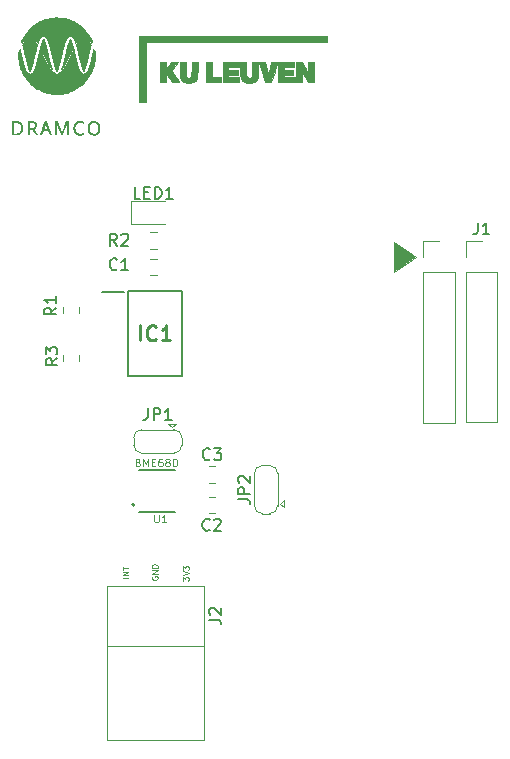
<source format=gto>
G04 #@! TF.GenerationSoftware,KiCad,Pcbnew,(5.1.4)-1*
G04 #@! TF.CreationDate,2019-11-25T22:35:39+01:00*
G04 #@! TF.ProjectId,BME680,424d4536-3830-42e6-9b69-6361645f7063,A*
G04 #@! TF.SameCoordinates,Original*
G04 #@! TF.FileFunction,Legend,Top*
G04 #@! TF.FilePolarity,Positive*
%FSLAX46Y46*%
G04 Gerber Fmt 4.6, Leading zero omitted, Abs format (unit mm)*
G04 Created by KiCad (PCBNEW (5.1.4)-1) date 2019-11-25 22:35:39*
%MOMM*%
%LPD*%
G04 APERTURE LIST*
%ADD10C,0.125000*%
%ADD11C,0.100000*%
%ADD12C,0.120000*%
%ADD13C,0.010000*%
%ADD14C,0.200000*%
%ADD15C,0.127000*%
%ADD16C,0.150000*%
%ADD17C,0.254000*%
%ADD18C,0.050000*%
G04 APERTURE END LIST*
D10*
X124806190Y-136197047D02*
X124806190Y-135887523D01*
X124996666Y-136054190D01*
X124996666Y-135982761D01*
X125020476Y-135935142D01*
X125044285Y-135911333D01*
X125091904Y-135887523D01*
X125210952Y-135887523D01*
X125258571Y-135911333D01*
X125282380Y-135935142D01*
X125306190Y-135982761D01*
X125306190Y-136125619D01*
X125282380Y-136173238D01*
X125258571Y-136197047D01*
X124806190Y-135744666D02*
X125306190Y-135578000D01*
X124806190Y-135411333D01*
X124806190Y-135292285D02*
X124806190Y-134982761D01*
X124996666Y-135149428D01*
X124996666Y-135078000D01*
X125020476Y-135030380D01*
X125044285Y-135006571D01*
X125091904Y-134982761D01*
X125210952Y-134982761D01*
X125258571Y-135006571D01*
X125282380Y-135030380D01*
X125306190Y-135078000D01*
X125306190Y-135220857D01*
X125282380Y-135268476D01*
X125258571Y-135292285D01*
X122210000Y-135858952D02*
X122186190Y-135906571D01*
X122186190Y-135978000D01*
X122210000Y-136049428D01*
X122257619Y-136097047D01*
X122305238Y-136120857D01*
X122400476Y-136144666D01*
X122471904Y-136144666D01*
X122567142Y-136120857D01*
X122614761Y-136097047D01*
X122662380Y-136049428D01*
X122686190Y-135978000D01*
X122686190Y-135930380D01*
X122662380Y-135858952D01*
X122638571Y-135835142D01*
X122471904Y-135835142D01*
X122471904Y-135930380D01*
X122686190Y-135620857D02*
X122186190Y-135620857D01*
X122686190Y-135335142D01*
X122186190Y-135335142D01*
X122686190Y-135097047D02*
X122186190Y-135097047D01*
X122186190Y-134978000D01*
X122210000Y-134906571D01*
X122257619Y-134858952D01*
X122305238Y-134835142D01*
X122400476Y-134811333D01*
X122471904Y-134811333D01*
X122567142Y-134835142D01*
X122614761Y-134858952D01*
X122662380Y-134906571D01*
X122686190Y-134978000D01*
X122686190Y-135097047D01*
X120206190Y-136000380D02*
X119706190Y-136000380D01*
X120206190Y-135762285D02*
X119706190Y-135762285D01*
X120206190Y-135476571D01*
X119706190Y-135476571D01*
X119706190Y-135309904D02*
X119706190Y-135024190D01*
X120206190Y-135167047D02*
X119706190Y-135167047D01*
D11*
G36*
X144575000Y-108788000D02*
G01*
X142670000Y-107518000D01*
X142670000Y-110058000D01*
X144575000Y-108788000D01*
G37*
X144575000Y-108788000D02*
X142670000Y-107518000D01*
X142670000Y-110058000D01*
X144575000Y-108788000D01*
D12*
X145150000Y-107458000D02*
X146480000Y-107458000D01*
X145150000Y-108788000D02*
X145150000Y-107458000D01*
X145150000Y-110058000D02*
X147810000Y-110058000D01*
X147810000Y-110058000D02*
X147810000Y-122818000D01*
X145150000Y-110058000D02*
X145150000Y-122818000D01*
X145150000Y-122818000D02*
X147810000Y-122818000D01*
X148770000Y-107439600D02*
X150100000Y-107439600D01*
X148770000Y-108769600D02*
X148770000Y-107439600D01*
X148770000Y-110039600D02*
X151430000Y-110039600D01*
X151430000Y-110039600D02*
X151430000Y-122799600D01*
X148770000Y-110039600D02*
X148770000Y-122799600D01*
X148770000Y-122799600D02*
X151430000Y-122799600D01*
X114630000Y-117081748D02*
X114630000Y-117604252D01*
X116050000Y-117081748D02*
X116050000Y-117604252D01*
X124740000Y-124708000D02*
G75*
G02X124040000Y-125408000I-700000J0D01*
G01*
X124040000Y-123408000D02*
G75*
G02X124740000Y-124108000I0J-700000D01*
G01*
X120640000Y-124108000D02*
G75*
G02X121340000Y-123408000I700000J0D01*
G01*
X121340000Y-125408000D02*
G75*
G02X120640000Y-124708000I0J700000D01*
G01*
X124090000Y-125408000D02*
X121290000Y-125408000D01*
X120640000Y-124708000D02*
X120640000Y-124108000D01*
X121290000Y-123408000D02*
X124090000Y-123408000D01*
X124740000Y-124108000D02*
X124740000Y-124708000D01*
X123890000Y-123208000D02*
X124190000Y-122908000D01*
X124190000Y-122908000D02*
X123590000Y-122908000D01*
X123890000Y-123208000D02*
X123590000Y-122908000D01*
D13*
G36*
X135887200Y-94014650D02*
G01*
X135394061Y-94014650D01*
X135144746Y-93555862D01*
X135106317Y-93485201D01*
X135069561Y-93417719D01*
X135034936Y-93354256D01*
X135002904Y-93295651D01*
X134973925Y-93242743D01*
X134948459Y-93196370D01*
X134926967Y-93157372D01*
X134909908Y-93126586D01*
X134897744Y-93104853D01*
X134890935Y-93093011D01*
X134889665Y-93091042D01*
X134888603Y-93096128D01*
X134887627Y-93113247D01*
X134886746Y-93141735D01*
X134885968Y-93180925D01*
X134885301Y-93230151D01*
X134884753Y-93288747D01*
X134884334Y-93356048D01*
X134884051Y-93431387D01*
X134883912Y-93514100D01*
X134883900Y-93549829D01*
X134883900Y-94014650D01*
X134401253Y-94014650D01*
X134402864Y-93165337D01*
X134404475Y-92316025D01*
X134664825Y-92314458D01*
X134925175Y-92312892D01*
X135159021Y-92756819D01*
X135195873Y-92826713D01*
X135231159Y-92893515D01*
X135264412Y-92956347D01*
X135295165Y-93014332D01*
X135322951Y-93066595D01*
X135347304Y-93112258D01*
X135367755Y-93150443D01*
X135383839Y-93180276D01*
X135395087Y-93200878D01*
X135401034Y-93211373D01*
X135401707Y-93212411D01*
X135403416Y-93213269D01*
X135404897Y-93210491D01*
X135406166Y-93203285D01*
X135407240Y-93190856D01*
X135408134Y-93172414D01*
X135408865Y-93147165D01*
X135409449Y-93114317D01*
X135409901Y-93073077D01*
X135410239Y-93022653D01*
X135410478Y-92962253D01*
X135410635Y-92891082D01*
X135410725Y-92808351D01*
X135410748Y-92768462D01*
X135410950Y-92312850D01*
X135887200Y-92312850D01*
X135887200Y-94014650D01*
X135887200Y-94014650D01*
G37*
X135887200Y-94014650D02*
X135394061Y-94014650D01*
X135144746Y-93555862D01*
X135106317Y-93485201D01*
X135069561Y-93417719D01*
X135034936Y-93354256D01*
X135002904Y-93295651D01*
X134973925Y-93242743D01*
X134948459Y-93196370D01*
X134926967Y-93157372D01*
X134909908Y-93126586D01*
X134897744Y-93104853D01*
X134890935Y-93093011D01*
X134889665Y-93091042D01*
X134888603Y-93096128D01*
X134887627Y-93113247D01*
X134886746Y-93141735D01*
X134885968Y-93180925D01*
X134885301Y-93230151D01*
X134884753Y-93288747D01*
X134884334Y-93356048D01*
X134884051Y-93431387D01*
X134883912Y-93514100D01*
X134883900Y-93549829D01*
X134883900Y-94014650D01*
X134401253Y-94014650D01*
X134402864Y-93165337D01*
X134404475Y-92316025D01*
X134664825Y-92314458D01*
X134925175Y-92312892D01*
X135159021Y-92756819D01*
X135195873Y-92826713D01*
X135231159Y-92893515D01*
X135264412Y-92956347D01*
X135295165Y-93014332D01*
X135322951Y-93066595D01*
X135347304Y-93112258D01*
X135367755Y-93150443D01*
X135383839Y-93180276D01*
X135395087Y-93200878D01*
X135401034Y-93211373D01*
X135401707Y-93212411D01*
X135403416Y-93213269D01*
X135404897Y-93210491D01*
X135406166Y-93203285D01*
X135407240Y-93190856D01*
X135408134Y-93172414D01*
X135408865Y-93147165D01*
X135409449Y-93114317D01*
X135409901Y-93073077D01*
X135410239Y-93022653D01*
X135410478Y-92962253D01*
X135410635Y-92891082D01*
X135410725Y-92808351D01*
X135410748Y-92768462D01*
X135410950Y-92312850D01*
X135887200Y-92312850D01*
X135887200Y-94014650D01*
G36*
X134248900Y-92751000D02*
G01*
X133404350Y-92751000D01*
X133404350Y-92960550D01*
X134172700Y-92960550D01*
X134172700Y-93366950D01*
X133404350Y-93366950D01*
X133404350Y-93576500D01*
X134274300Y-93576500D01*
X134274300Y-94014650D01*
X132896350Y-94014650D01*
X132896350Y-92312850D01*
X134248900Y-92312850D01*
X134248900Y-92751000D01*
X134248900Y-92751000D01*
G37*
X134248900Y-92751000D02*
X133404350Y-92751000D01*
X133404350Y-92960550D01*
X134172700Y-92960550D01*
X134172700Y-93366950D01*
X133404350Y-93366950D01*
X133404350Y-93576500D01*
X134274300Y-93576500D01*
X134274300Y-94014650D01*
X132896350Y-94014650D01*
X132896350Y-92312850D01*
X134248900Y-92312850D01*
X134248900Y-92751000D01*
G36*
X131771803Y-92336662D02*
G01*
X131774366Y-92346453D01*
X131779887Y-92367547D01*
X131788108Y-92398962D01*
X131798773Y-92439716D01*
X131811623Y-92488825D01*
X131826403Y-92545307D01*
X131842854Y-92608180D01*
X131860719Y-92676460D01*
X131879743Y-92749165D01*
X131899666Y-92825312D01*
X131905975Y-92849425D01*
X131925979Y-92925807D01*
X131945077Y-92998583D01*
X131963022Y-93066826D01*
X131979569Y-93129608D01*
X131994472Y-93186001D01*
X132007486Y-93235078D01*
X132018365Y-93275911D01*
X132026863Y-93307571D01*
X132032734Y-93329132D01*
X132035733Y-93339666D01*
X132036062Y-93340580D01*
X132036749Y-93340848D01*
X132037668Y-93339849D01*
X132039020Y-93336829D01*
X132041002Y-93331038D01*
X132043815Y-93321723D01*
X132047658Y-93308132D01*
X132052730Y-93289513D01*
X132059231Y-93265115D01*
X132067359Y-93234185D01*
X132077313Y-93195971D01*
X132089294Y-93149721D01*
X132103501Y-93094684D01*
X132120132Y-93030106D01*
X132139387Y-92955237D01*
X132161466Y-92869324D01*
X132177997Y-92804975D01*
X132303602Y-92316025D01*
X132565051Y-92314367D01*
X132621281Y-92314055D01*
X132673363Y-92313855D01*
X132719974Y-92313763D01*
X132759788Y-92313779D01*
X132791481Y-92313901D01*
X132813727Y-92314128D01*
X132825203Y-92314459D01*
X132826500Y-92314643D01*
X132824695Y-92320839D01*
X132819420Y-92338498D01*
X132810883Y-92366931D01*
X132799293Y-92405445D01*
X132784859Y-92453351D01*
X132767789Y-92509955D01*
X132748292Y-92574569D01*
X132726575Y-92646499D01*
X132702849Y-92725055D01*
X132677322Y-92809546D01*
X132650201Y-92899281D01*
X132621697Y-92993568D01*
X132592017Y-93091717D01*
X132570145Y-93164026D01*
X132313791Y-94011475D01*
X131743155Y-94014777D01*
X131499671Y-93171751D01*
X131470631Y-93071219D01*
X131442537Y-92973992D01*
X131415592Y-92880774D01*
X131390001Y-92792270D01*
X131365968Y-92709182D01*
X131343696Y-92632214D01*
X131323388Y-92562070D01*
X131305249Y-92499453D01*
X131289482Y-92445066D01*
X131276291Y-92399615D01*
X131265880Y-92363801D01*
X131258453Y-92338329D01*
X131254212Y-92323902D01*
X131253264Y-92320787D01*
X131254967Y-92318742D01*
X131262354Y-92317058D01*
X131276370Y-92315704D01*
X131297962Y-92314651D01*
X131328076Y-92313870D01*
X131367659Y-92313331D01*
X131417658Y-92313005D01*
X131479017Y-92312862D01*
X131507950Y-92312850D01*
X131765560Y-92312850D01*
X131771803Y-92336662D01*
X131771803Y-92336662D01*
G37*
X131771803Y-92336662D02*
X131774366Y-92346453D01*
X131779887Y-92367547D01*
X131788108Y-92398962D01*
X131798773Y-92439716D01*
X131811623Y-92488825D01*
X131826403Y-92545307D01*
X131842854Y-92608180D01*
X131860719Y-92676460D01*
X131879743Y-92749165D01*
X131899666Y-92825312D01*
X131905975Y-92849425D01*
X131925979Y-92925807D01*
X131945077Y-92998583D01*
X131963022Y-93066826D01*
X131979569Y-93129608D01*
X131994472Y-93186001D01*
X132007486Y-93235078D01*
X132018365Y-93275911D01*
X132026863Y-93307571D01*
X132032734Y-93329132D01*
X132035733Y-93339666D01*
X132036062Y-93340580D01*
X132036749Y-93340848D01*
X132037668Y-93339849D01*
X132039020Y-93336829D01*
X132041002Y-93331038D01*
X132043815Y-93321723D01*
X132047658Y-93308132D01*
X132052730Y-93289513D01*
X132059231Y-93265115D01*
X132067359Y-93234185D01*
X132077313Y-93195971D01*
X132089294Y-93149721D01*
X132103501Y-93094684D01*
X132120132Y-93030106D01*
X132139387Y-92955237D01*
X132161466Y-92869324D01*
X132177997Y-92804975D01*
X132303602Y-92316025D01*
X132565051Y-92314367D01*
X132621281Y-92314055D01*
X132673363Y-92313855D01*
X132719974Y-92313763D01*
X132759788Y-92313779D01*
X132791481Y-92313901D01*
X132813727Y-92314128D01*
X132825203Y-92314459D01*
X132826500Y-92314643D01*
X132824695Y-92320839D01*
X132819420Y-92338498D01*
X132810883Y-92366931D01*
X132799293Y-92405445D01*
X132784859Y-92453351D01*
X132767789Y-92509955D01*
X132748292Y-92574569D01*
X132726575Y-92646499D01*
X132702849Y-92725055D01*
X132677322Y-92809546D01*
X132650201Y-92899281D01*
X132621697Y-92993568D01*
X132592017Y-93091717D01*
X132570145Y-93164026D01*
X132313791Y-94011475D01*
X131743155Y-94014777D01*
X131499671Y-93171751D01*
X131470631Y-93071219D01*
X131442537Y-92973992D01*
X131415592Y-92880774D01*
X131390001Y-92792270D01*
X131365968Y-92709182D01*
X131343696Y-92632214D01*
X131323388Y-92562070D01*
X131305249Y-92499453D01*
X131289482Y-92445066D01*
X131276291Y-92399615D01*
X131265880Y-92363801D01*
X131258453Y-92338329D01*
X131254212Y-92323902D01*
X131253264Y-92320787D01*
X131254967Y-92318742D01*
X131262354Y-92317058D01*
X131276370Y-92315704D01*
X131297962Y-92314651D01*
X131328076Y-92313870D01*
X131367659Y-92313331D01*
X131417658Y-92313005D01*
X131479017Y-92312862D01*
X131507950Y-92312850D01*
X131765560Y-92312850D01*
X131771803Y-92336662D01*
G36*
X129524500Y-92751000D02*
G01*
X128673600Y-92751000D01*
X128673600Y-92960550D01*
X129448300Y-92960550D01*
X129448300Y-93366950D01*
X128673600Y-93366950D01*
X128673600Y-93576500D01*
X129549900Y-93576500D01*
X129549900Y-94014650D01*
X128171950Y-94014650D01*
X128171950Y-92312850D01*
X129524500Y-92312850D01*
X129524500Y-92751000D01*
X129524500Y-92751000D01*
G37*
X129524500Y-92751000D02*
X128673600Y-92751000D01*
X128673600Y-92960550D01*
X129448300Y-92960550D01*
X129448300Y-93366950D01*
X128673600Y-93366950D01*
X128673600Y-93576500D01*
X129549900Y-93576500D01*
X129549900Y-94014650D01*
X128171950Y-94014650D01*
X128171950Y-92312850D01*
X129524500Y-92312850D01*
X129524500Y-92751000D01*
G36*
X127302000Y-93576394D02*
G01*
X127659187Y-93578034D01*
X128016375Y-93579675D01*
X128018045Y-93797162D01*
X128019716Y-94014650D01*
X126794000Y-94014650D01*
X126794000Y-92312850D01*
X127302000Y-92312850D01*
X127302000Y-93576394D01*
X127302000Y-93576394D01*
G37*
X127302000Y-93576394D02*
X127659187Y-93578034D01*
X128016375Y-93579675D01*
X128018045Y-93797162D01*
X128019716Y-94014650D01*
X126794000Y-94014650D01*
X126794000Y-92312850D01*
X127302000Y-92312850D01*
X127302000Y-93576394D01*
G36*
X123345950Y-92606361D02*
G01*
X123345962Y-92674941D01*
X123346027Y-92731852D01*
X123346190Y-92778125D01*
X123346496Y-92814790D01*
X123346987Y-92842879D01*
X123347709Y-92863421D01*
X123348706Y-92877448D01*
X123350022Y-92885991D01*
X123351700Y-92890081D01*
X123353786Y-92890747D01*
X123356324Y-92889022D01*
X123358004Y-92887348D01*
X123364095Y-92880032D01*
X123377157Y-92863621D01*
X123396428Y-92839094D01*
X123421146Y-92807430D01*
X123450549Y-92769609D01*
X123483876Y-92726610D01*
X123520364Y-92679412D01*
X123559252Y-92628993D01*
X123577766Y-92604950D01*
X123617453Y-92553434D01*
X123655047Y-92504728D01*
X123689792Y-92459807D01*
X123720933Y-92419641D01*
X123747714Y-92385205D01*
X123769379Y-92357469D01*
X123785173Y-92337408D01*
X123794340Y-92325994D01*
X123796136Y-92323901D01*
X123799252Y-92321348D01*
X123804015Y-92319227D01*
X123811504Y-92317505D01*
X123822798Y-92316152D01*
X123838978Y-92315134D01*
X123861122Y-92314419D01*
X123890311Y-92313977D01*
X123927624Y-92313773D01*
X123974139Y-92313778D01*
X124030938Y-92313958D01*
X124099099Y-92314281D01*
X124117166Y-92314376D01*
X124427532Y-92316025D01*
X124131011Y-92645874D01*
X124074540Y-92708867D01*
X124022988Y-92766723D01*
X123976807Y-92818922D01*
X123936449Y-92864942D01*
X123902363Y-92904262D01*
X123875003Y-92936361D01*
X123854819Y-92960718D01*
X123842263Y-92976811D01*
X123837786Y-92984121D01*
X123837807Y-92984366D01*
X123841744Y-92990771D01*
X123852268Y-93006985D01*
X123868888Y-93032272D01*
X123891115Y-93065898D01*
X123918460Y-93107124D01*
X123950432Y-93155216D01*
X123986543Y-93209436D01*
X124026302Y-93269049D01*
X124069219Y-93333318D01*
X124114806Y-93401508D01*
X124162572Y-93472881D01*
X124180911Y-93500264D01*
X124229282Y-93572511D01*
X124275596Y-93641759D01*
X124319372Y-93707282D01*
X124360125Y-93768354D01*
X124397373Y-93824246D01*
X124430631Y-93874234D01*
X124459418Y-93917589D01*
X124483249Y-93953586D01*
X124501641Y-93981498D01*
X124514111Y-94000598D01*
X124520175Y-94010159D01*
X124520700Y-94011144D01*
X124514551Y-94011823D01*
X124496908Y-94012397D01*
X124468979Y-94012856D01*
X124431968Y-94013194D01*
X124387082Y-94013403D01*
X124335527Y-94013476D01*
X124278510Y-94013404D01*
X124217235Y-94013181D01*
X124205252Y-94013121D01*
X123889804Y-94011475D01*
X123691258Y-93687743D01*
X123655497Y-93629551D01*
X123621623Y-93574656D01*
X123590230Y-93524003D01*
X123561909Y-93478539D01*
X123537255Y-93439210D01*
X123516860Y-93406962D01*
X123501318Y-93382741D01*
X123491221Y-93367493D01*
X123487187Y-93362170D01*
X123481307Y-93366043D01*
X123468623Y-93377933D01*
X123450672Y-93396283D01*
X123428995Y-93419537D01*
X123413806Y-93436354D01*
X123345950Y-93512380D01*
X123345950Y-94014650D01*
X122837950Y-94014650D01*
X122837950Y-92312850D01*
X123345950Y-92312850D01*
X123345950Y-92606361D01*
X123345950Y-92606361D01*
G37*
X123345950Y-92606361D02*
X123345962Y-92674941D01*
X123346027Y-92731852D01*
X123346190Y-92778125D01*
X123346496Y-92814790D01*
X123346987Y-92842879D01*
X123347709Y-92863421D01*
X123348706Y-92877448D01*
X123350022Y-92885991D01*
X123351700Y-92890081D01*
X123353786Y-92890747D01*
X123356324Y-92889022D01*
X123358004Y-92887348D01*
X123364095Y-92880032D01*
X123377157Y-92863621D01*
X123396428Y-92839094D01*
X123421146Y-92807430D01*
X123450549Y-92769609D01*
X123483876Y-92726610D01*
X123520364Y-92679412D01*
X123559252Y-92628993D01*
X123577766Y-92604950D01*
X123617453Y-92553434D01*
X123655047Y-92504728D01*
X123689792Y-92459807D01*
X123720933Y-92419641D01*
X123747714Y-92385205D01*
X123769379Y-92357469D01*
X123785173Y-92337408D01*
X123794340Y-92325994D01*
X123796136Y-92323901D01*
X123799252Y-92321348D01*
X123804015Y-92319227D01*
X123811504Y-92317505D01*
X123822798Y-92316152D01*
X123838978Y-92315134D01*
X123861122Y-92314419D01*
X123890311Y-92313977D01*
X123927624Y-92313773D01*
X123974139Y-92313778D01*
X124030938Y-92313958D01*
X124099099Y-92314281D01*
X124117166Y-92314376D01*
X124427532Y-92316025D01*
X124131011Y-92645874D01*
X124074540Y-92708867D01*
X124022988Y-92766723D01*
X123976807Y-92818922D01*
X123936449Y-92864942D01*
X123902363Y-92904262D01*
X123875003Y-92936361D01*
X123854819Y-92960718D01*
X123842263Y-92976811D01*
X123837786Y-92984121D01*
X123837807Y-92984366D01*
X123841744Y-92990771D01*
X123852268Y-93006985D01*
X123868888Y-93032272D01*
X123891115Y-93065898D01*
X123918460Y-93107124D01*
X123950432Y-93155216D01*
X123986543Y-93209436D01*
X124026302Y-93269049D01*
X124069219Y-93333318D01*
X124114806Y-93401508D01*
X124162572Y-93472881D01*
X124180911Y-93500264D01*
X124229282Y-93572511D01*
X124275596Y-93641759D01*
X124319372Y-93707282D01*
X124360125Y-93768354D01*
X124397373Y-93824246D01*
X124430631Y-93874234D01*
X124459418Y-93917589D01*
X124483249Y-93953586D01*
X124501641Y-93981498D01*
X124514111Y-94000598D01*
X124520175Y-94010159D01*
X124520700Y-94011144D01*
X124514551Y-94011823D01*
X124496908Y-94012397D01*
X124468979Y-94012856D01*
X124431968Y-94013194D01*
X124387082Y-94013403D01*
X124335527Y-94013476D01*
X124278510Y-94013404D01*
X124217235Y-94013181D01*
X124205252Y-94013121D01*
X123889804Y-94011475D01*
X123691258Y-93687743D01*
X123655497Y-93629551D01*
X123621623Y-93574656D01*
X123590230Y-93524003D01*
X123561909Y-93478539D01*
X123537255Y-93439210D01*
X123516860Y-93406962D01*
X123501318Y-93382741D01*
X123491221Y-93367493D01*
X123487187Y-93362170D01*
X123481307Y-93366043D01*
X123468623Y-93377933D01*
X123450672Y-93396283D01*
X123428995Y-93419537D01*
X123413806Y-93436354D01*
X123345950Y-93512380D01*
X123345950Y-94014650D01*
X122837950Y-94014650D01*
X122837950Y-92312850D01*
X123345950Y-92312850D01*
X123345950Y-92606361D01*
G36*
X130928508Y-92312850D02*
G01*
X131182456Y-92312850D01*
X131180096Y-92904987D01*
X131179689Y-93005257D01*
X131179301Y-93093667D01*
X131178914Y-93171057D01*
X131178507Y-93238269D01*
X131178060Y-93296141D01*
X131177552Y-93345514D01*
X131176965Y-93387229D01*
X131176277Y-93422125D01*
X131175469Y-93451042D01*
X131174520Y-93474822D01*
X131173411Y-93494304D01*
X131172122Y-93510328D01*
X131170632Y-93523735D01*
X131168921Y-93535364D01*
X131166970Y-93546056D01*
X131164758Y-93556652D01*
X131164509Y-93557796D01*
X131151054Y-93610264D01*
X131133743Y-93663795D01*
X131114072Y-93714319D01*
X131093537Y-93757764D01*
X131086072Y-93771142D01*
X131065510Y-93800736D01*
X131037199Y-93834261D01*
X131004086Y-93868808D01*
X130969118Y-93901464D01*
X130935245Y-93929319D01*
X130905625Y-93949340D01*
X130830059Y-93986316D01*
X130746184Y-94015868D01*
X130656524Y-94037197D01*
X130600825Y-94045738D01*
X130566690Y-94048738D01*
X130523641Y-94050752D01*
X130474663Y-94051806D01*
X130422739Y-94051926D01*
X130370856Y-94051136D01*
X130321999Y-94049462D01*
X130279152Y-94046930D01*
X130245301Y-94043564D01*
X130239039Y-94042665D01*
X130147223Y-94024596D01*
X130065640Y-94000290D01*
X129993190Y-93969247D01*
X129928774Y-93930964D01*
X129871294Y-93884940D01*
X129851525Y-93865809D01*
X129803410Y-93810272D01*
X129763972Y-93749702D01*
X129732258Y-93682243D01*
X129707317Y-93606038D01*
X129697232Y-93564721D01*
X129680915Y-93490775D01*
X129678548Y-92901812D01*
X129676181Y-92312850D01*
X130184070Y-92312850D01*
X130186599Y-92854187D01*
X130187077Y-92951464D01*
X130187557Y-93036879D01*
X130188057Y-93111267D01*
X130188596Y-93175468D01*
X130189191Y-93230317D01*
X130189862Y-93276651D01*
X130190625Y-93315309D01*
X130191500Y-93347127D01*
X130192505Y-93372942D01*
X130193658Y-93393591D01*
X130194977Y-93409912D01*
X130196481Y-93422742D01*
X130198188Y-93432918D01*
X130199351Y-93438239D01*
X130212684Y-93484544D01*
X130228843Y-93521578D01*
X130249449Y-93552716D01*
X130260679Y-93565783D01*
X130287781Y-93590444D01*
X130318076Y-93607847D01*
X130354218Y-93619011D01*
X130398862Y-93624957D01*
X130417439Y-93626013D01*
X130474151Y-93625083D01*
X130521431Y-93616755D01*
X130560577Y-93600424D01*
X130592888Y-93575483D01*
X130619665Y-93541326D01*
X130627474Y-93527990D01*
X130634562Y-93515022D01*
X130640808Y-93503047D01*
X130646269Y-93491213D01*
X130651002Y-93478664D01*
X130655063Y-93464550D01*
X130658510Y-93448015D01*
X130661400Y-93428207D01*
X130663789Y-93404272D01*
X130665734Y-93375357D01*
X130667292Y-93340610D01*
X130668519Y-93299176D01*
X130669474Y-93250202D01*
X130670212Y-93192835D01*
X130670791Y-93126222D01*
X130671266Y-93049509D01*
X130671696Y-92961843D01*
X130672137Y-92862372D01*
X130672159Y-92857362D01*
X130674561Y-92312849D01*
X130928508Y-92312850D01*
X130928508Y-92312850D01*
G37*
X130928508Y-92312850D02*
X131182456Y-92312850D01*
X131180096Y-92904987D01*
X131179689Y-93005257D01*
X131179301Y-93093667D01*
X131178914Y-93171057D01*
X131178507Y-93238269D01*
X131178060Y-93296141D01*
X131177552Y-93345514D01*
X131176965Y-93387229D01*
X131176277Y-93422125D01*
X131175469Y-93451042D01*
X131174520Y-93474822D01*
X131173411Y-93494304D01*
X131172122Y-93510328D01*
X131170632Y-93523735D01*
X131168921Y-93535364D01*
X131166970Y-93546056D01*
X131164758Y-93556652D01*
X131164509Y-93557796D01*
X131151054Y-93610264D01*
X131133743Y-93663795D01*
X131114072Y-93714319D01*
X131093537Y-93757764D01*
X131086072Y-93771142D01*
X131065510Y-93800736D01*
X131037199Y-93834261D01*
X131004086Y-93868808D01*
X130969118Y-93901464D01*
X130935245Y-93929319D01*
X130905625Y-93949340D01*
X130830059Y-93986316D01*
X130746184Y-94015868D01*
X130656524Y-94037197D01*
X130600825Y-94045738D01*
X130566690Y-94048738D01*
X130523641Y-94050752D01*
X130474663Y-94051806D01*
X130422739Y-94051926D01*
X130370856Y-94051136D01*
X130321999Y-94049462D01*
X130279152Y-94046930D01*
X130245301Y-94043564D01*
X130239039Y-94042665D01*
X130147223Y-94024596D01*
X130065640Y-94000290D01*
X129993190Y-93969247D01*
X129928774Y-93930964D01*
X129871294Y-93884940D01*
X129851525Y-93865809D01*
X129803410Y-93810272D01*
X129763972Y-93749702D01*
X129732258Y-93682243D01*
X129707317Y-93606038D01*
X129697232Y-93564721D01*
X129680915Y-93490775D01*
X129678548Y-92901812D01*
X129676181Y-92312850D01*
X130184070Y-92312850D01*
X130186599Y-92854187D01*
X130187077Y-92951464D01*
X130187557Y-93036879D01*
X130188057Y-93111267D01*
X130188596Y-93175468D01*
X130189191Y-93230317D01*
X130189862Y-93276651D01*
X130190625Y-93315309D01*
X130191500Y-93347127D01*
X130192505Y-93372942D01*
X130193658Y-93393591D01*
X130194977Y-93409912D01*
X130196481Y-93422742D01*
X130198188Y-93432918D01*
X130199351Y-93438239D01*
X130212684Y-93484544D01*
X130228843Y-93521578D01*
X130249449Y-93552716D01*
X130260679Y-93565783D01*
X130287781Y-93590444D01*
X130318076Y-93607847D01*
X130354218Y-93619011D01*
X130398862Y-93624957D01*
X130417439Y-93626013D01*
X130474151Y-93625083D01*
X130521431Y-93616755D01*
X130560577Y-93600424D01*
X130592888Y-93575483D01*
X130619665Y-93541326D01*
X130627474Y-93527990D01*
X130634562Y-93515022D01*
X130640808Y-93503047D01*
X130646269Y-93491213D01*
X130651002Y-93478664D01*
X130655063Y-93464550D01*
X130658510Y-93448015D01*
X130661400Y-93428207D01*
X130663789Y-93404272D01*
X130665734Y-93375357D01*
X130667292Y-93340610D01*
X130668519Y-93299176D01*
X130669474Y-93250202D01*
X130670212Y-93192835D01*
X130670791Y-93126222D01*
X130671266Y-93049509D01*
X130671696Y-92961843D01*
X130672137Y-92862372D01*
X130672159Y-92857362D01*
X130674561Y-92312849D01*
X130928508Y-92312850D01*
G36*
X125055763Y-92860537D02*
G01*
X125056193Y-92957750D01*
X125056622Y-93043100D01*
X125057068Y-93117424D01*
X125057550Y-93181561D01*
X125058087Y-93236348D01*
X125058696Y-93282621D01*
X125059397Y-93321218D01*
X125060208Y-93352978D01*
X125061147Y-93378736D01*
X125062234Y-93399330D01*
X125063486Y-93415599D01*
X125064922Y-93428378D01*
X125066561Y-93438506D01*
X125068421Y-93446820D01*
X125068760Y-93448112D01*
X125085709Y-93499335D01*
X125106774Y-93539908D01*
X125133187Y-93571549D01*
X125166180Y-93595975D01*
X125180129Y-93603444D01*
X125198258Y-93612077D01*
X125213246Y-93617897D01*
X125228346Y-93621455D01*
X125246809Y-93623305D01*
X125271888Y-93623998D01*
X125301645Y-93624091D01*
X125345455Y-93623006D01*
X125379584Y-93619167D01*
X125406923Y-93611632D01*
X125430360Y-93599461D01*
X125452786Y-93581713D01*
X125463619Y-93571356D01*
X125475734Y-93558682D01*
X125486547Y-93545633D01*
X125496133Y-93531452D01*
X125504564Y-93515381D01*
X125511916Y-93496661D01*
X125518262Y-93474535D01*
X125523676Y-93448245D01*
X125528232Y-93417032D01*
X125532004Y-93380139D01*
X125535065Y-93336808D01*
X125537490Y-93286281D01*
X125539353Y-93227800D01*
X125540726Y-93160606D01*
X125541685Y-93083943D01*
X125542304Y-92997051D01*
X125542655Y-92899174D01*
X125542813Y-92789553D01*
X125542832Y-92758937D01*
X125543050Y-92312850D01*
X126051050Y-92312850D01*
X126050995Y-92847837D01*
X126050910Y-92935037D01*
X126050678Y-93019022D01*
X126050312Y-93098769D01*
X126049822Y-93173252D01*
X126049218Y-93241449D01*
X126048511Y-93302334D01*
X126047712Y-93354884D01*
X126046833Y-93398073D01*
X126045883Y-93430878D01*
X126044873Y-93452274D01*
X126044601Y-93455850D01*
X126031221Y-93553744D01*
X126008815Y-93642720D01*
X125977322Y-93722843D01*
X125936680Y-93794176D01*
X125886827Y-93856784D01*
X125827703Y-93910733D01*
X125759245Y-93956086D01*
X125681392Y-93992909D01*
X125594082Y-94021265D01*
X125497253Y-94041220D01*
X125485085Y-94043039D01*
X125458497Y-94045846D01*
X125422595Y-94048195D01*
X125380164Y-94050041D01*
X125333988Y-94051340D01*
X125286850Y-94052050D01*
X125241535Y-94052126D01*
X125200825Y-94051525D01*
X125167507Y-94050203D01*
X125146175Y-94048364D01*
X125058228Y-94034097D01*
X124980458Y-94015353D01*
X124910972Y-93991609D01*
X124861514Y-93969383D01*
X124790601Y-93927519D01*
X124728935Y-93877513D01*
X124676267Y-93819028D01*
X124632347Y-93751728D01*
X124596927Y-93675274D01*
X124569757Y-93589329D01*
X124564275Y-93566542D01*
X124561864Y-93555739D01*
X124559736Y-93545345D01*
X124557872Y-93534521D01*
X124556250Y-93522429D01*
X124554849Y-93508231D01*
X124553647Y-93491087D01*
X124552625Y-93470160D01*
X124551760Y-93444611D01*
X124551032Y-93413602D01*
X124550420Y-93376293D01*
X124549903Y-93331848D01*
X124549460Y-93279426D01*
X124549069Y-93218190D01*
X124548710Y-93147302D01*
X124548361Y-93065922D01*
X124548003Y-92973212D01*
X124547760Y-92908162D01*
X124545552Y-92312850D01*
X124799501Y-92312850D01*
X125053450Y-92312849D01*
X125055763Y-92860537D01*
X125055763Y-92860537D01*
G37*
X125055763Y-92860537D02*
X125056193Y-92957750D01*
X125056622Y-93043100D01*
X125057068Y-93117424D01*
X125057550Y-93181561D01*
X125058087Y-93236348D01*
X125058696Y-93282621D01*
X125059397Y-93321218D01*
X125060208Y-93352978D01*
X125061147Y-93378736D01*
X125062234Y-93399330D01*
X125063486Y-93415599D01*
X125064922Y-93428378D01*
X125066561Y-93438506D01*
X125068421Y-93446820D01*
X125068760Y-93448112D01*
X125085709Y-93499335D01*
X125106774Y-93539908D01*
X125133187Y-93571549D01*
X125166180Y-93595975D01*
X125180129Y-93603444D01*
X125198258Y-93612077D01*
X125213246Y-93617897D01*
X125228346Y-93621455D01*
X125246809Y-93623305D01*
X125271888Y-93623998D01*
X125301645Y-93624091D01*
X125345455Y-93623006D01*
X125379584Y-93619167D01*
X125406923Y-93611632D01*
X125430360Y-93599461D01*
X125452786Y-93581713D01*
X125463619Y-93571356D01*
X125475734Y-93558682D01*
X125486547Y-93545633D01*
X125496133Y-93531452D01*
X125504564Y-93515381D01*
X125511916Y-93496661D01*
X125518262Y-93474535D01*
X125523676Y-93448245D01*
X125528232Y-93417032D01*
X125532004Y-93380139D01*
X125535065Y-93336808D01*
X125537490Y-93286281D01*
X125539353Y-93227800D01*
X125540726Y-93160606D01*
X125541685Y-93083943D01*
X125542304Y-92997051D01*
X125542655Y-92899174D01*
X125542813Y-92789553D01*
X125542832Y-92758937D01*
X125543050Y-92312850D01*
X126051050Y-92312850D01*
X126050995Y-92847837D01*
X126050910Y-92935037D01*
X126050678Y-93019022D01*
X126050312Y-93098769D01*
X126049822Y-93173252D01*
X126049218Y-93241449D01*
X126048511Y-93302334D01*
X126047712Y-93354884D01*
X126046833Y-93398073D01*
X126045883Y-93430878D01*
X126044873Y-93452274D01*
X126044601Y-93455850D01*
X126031221Y-93553744D01*
X126008815Y-93642720D01*
X125977322Y-93722843D01*
X125936680Y-93794176D01*
X125886827Y-93856784D01*
X125827703Y-93910733D01*
X125759245Y-93956086D01*
X125681392Y-93992909D01*
X125594082Y-94021265D01*
X125497253Y-94041220D01*
X125485085Y-94043039D01*
X125458497Y-94045846D01*
X125422595Y-94048195D01*
X125380164Y-94050041D01*
X125333988Y-94051340D01*
X125286850Y-94052050D01*
X125241535Y-94052126D01*
X125200825Y-94051525D01*
X125167507Y-94050203D01*
X125146175Y-94048364D01*
X125058228Y-94034097D01*
X124980458Y-94015353D01*
X124910972Y-93991609D01*
X124861514Y-93969383D01*
X124790601Y-93927519D01*
X124728935Y-93877513D01*
X124676267Y-93819028D01*
X124632347Y-93751728D01*
X124596927Y-93675274D01*
X124569757Y-93589329D01*
X124564275Y-93566542D01*
X124561864Y-93555739D01*
X124559736Y-93545345D01*
X124557872Y-93534521D01*
X124556250Y-93522429D01*
X124554849Y-93508231D01*
X124553647Y-93491087D01*
X124552625Y-93470160D01*
X124551760Y-93444611D01*
X124551032Y-93413602D01*
X124550420Y-93376293D01*
X124549903Y-93331848D01*
X124549460Y-93279426D01*
X124549069Y-93218190D01*
X124548710Y-93147302D01*
X124548361Y-93065922D01*
X124548003Y-92973212D01*
X124547760Y-92908162D01*
X124545552Y-92312850D01*
X124799501Y-92312850D01*
X125053450Y-92312849D01*
X125055763Y-92860537D01*
G36*
X137023850Y-90328472D02*
G01*
X137023849Y-90611044D01*
X129364162Y-90612634D01*
X121704475Y-90614225D01*
X121702879Y-93165337D01*
X121701284Y-95716450D01*
X121136150Y-95716450D01*
X121136150Y-90045900D01*
X137023850Y-90045900D01*
X137023850Y-90328472D01*
X137023850Y-90328472D01*
G37*
X137023850Y-90328472D02*
X137023849Y-90611044D01*
X129364162Y-90612634D01*
X121704475Y-90614225D01*
X121702879Y-93165337D01*
X121701284Y-95716450D01*
X121136150Y-95716450D01*
X121136150Y-90045900D01*
X137023850Y-90045900D01*
X137023850Y-90328472D01*
G36*
X115255034Y-90309558D02*
G01*
X115260300Y-90318242D01*
X115267266Y-90331870D01*
X115269980Y-90337228D01*
X115290637Y-90379841D01*
X115311384Y-90426800D01*
X115332322Y-90478396D01*
X115353552Y-90534919D01*
X115375176Y-90596659D01*
X115397295Y-90663909D01*
X115420011Y-90736957D01*
X115443425Y-90816096D01*
X115467637Y-90901615D01*
X115471045Y-90913927D01*
X115478045Y-90939489D01*
X115484420Y-90963167D01*
X115489950Y-90984113D01*
X115494417Y-91001483D01*
X115497601Y-91014432D01*
X115499283Y-91022113D01*
X115499493Y-91023687D01*
X115497989Y-91028355D01*
X115493743Y-91038189D01*
X115487154Y-91052351D01*
X115478620Y-91070007D01*
X115468539Y-91090319D01*
X115457310Y-91112452D01*
X115455779Y-91115433D01*
X115441936Y-91142541D01*
X115427098Y-91171950D01*
X115411102Y-91204003D01*
X115393779Y-91239043D01*
X115374966Y-91277411D01*
X115354494Y-91319449D01*
X115332200Y-91365500D01*
X115307916Y-91415904D01*
X115281477Y-91471006D01*
X115252716Y-91531146D01*
X115221469Y-91596666D01*
X115187568Y-91667909D01*
X115179559Y-91684760D01*
X115134495Y-91779333D01*
X115091977Y-91868011D01*
X115051841Y-91951107D01*
X115013922Y-92028932D01*
X114978056Y-92101798D01*
X114944079Y-92170019D01*
X114911826Y-92233907D01*
X114881133Y-92293773D01*
X114851837Y-92349931D01*
X114823772Y-92402692D01*
X114796775Y-92452369D01*
X114770681Y-92499274D01*
X114745326Y-92543720D01*
X114720545Y-92586019D01*
X114696175Y-92626483D01*
X114672051Y-92665424D01*
X114648010Y-92703156D01*
X114627439Y-92734626D01*
X114611029Y-92759145D01*
X114594379Y-92783480D01*
X114577916Y-92807051D01*
X114562071Y-92829278D01*
X114547275Y-92849582D01*
X114533957Y-92867382D01*
X114522547Y-92882098D01*
X114513475Y-92893151D01*
X114507171Y-92899961D01*
X114504065Y-92901948D01*
X114503813Y-92901351D01*
X114504931Y-92897888D01*
X114508016Y-92889202D01*
X114512661Y-92876416D01*
X114518460Y-92860649D01*
X114521964Y-92851197D01*
X114534073Y-92818058D01*
X114546111Y-92783944D01*
X114558157Y-92748561D01*
X114570289Y-92711616D01*
X114582587Y-92672815D01*
X114595129Y-92631864D01*
X114607994Y-92588469D01*
X114621262Y-92542337D01*
X114635011Y-92493175D01*
X114649319Y-92440688D01*
X114664267Y-92384583D01*
X114679933Y-92324566D01*
X114696395Y-92260344D01*
X114713733Y-92191623D01*
X114732026Y-92118109D01*
X114751353Y-92039508D01*
X114771792Y-91955528D01*
X114793423Y-91865873D01*
X114816324Y-91770251D01*
X114840574Y-91668369D01*
X114845925Y-91645813D01*
X114863753Y-91570893D01*
X114881388Y-91497300D01*
X114898697Y-91425574D01*
X114915546Y-91356256D01*
X114931802Y-91289886D01*
X114947331Y-91227007D01*
X114962000Y-91168158D01*
X114975676Y-91113880D01*
X114988224Y-91064715D01*
X114999512Y-91021203D01*
X115007183Y-90992186D01*
X115033786Y-90894582D01*
X115059693Y-90803658D01*
X115084924Y-90719360D01*
X115109496Y-90641631D01*
X115133429Y-90570418D01*
X115156740Y-90505665D01*
X115179449Y-90447317D01*
X115201574Y-90395318D01*
X115223133Y-90349614D01*
X115224987Y-90345925D01*
X115234274Y-90327475D01*
X115241087Y-90314774D01*
X115246262Y-90307662D01*
X115250632Y-90305977D01*
X115255034Y-90309558D01*
X115255034Y-90309558D01*
G37*
X115255034Y-90309558D02*
X115260300Y-90318242D01*
X115267266Y-90331870D01*
X115269980Y-90337228D01*
X115290637Y-90379841D01*
X115311384Y-90426800D01*
X115332322Y-90478396D01*
X115353552Y-90534919D01*
X115375176Y-90596659D01*
X115397295Y-90663909D01*
X115420011Y-90736957D01*
X115443425Y-90816096D01*
X115467637Y-90901615D01*
X115471045Y-90913927D01*
X115478045Y-90939489D01*
X115484420Y-90963167D01*
X115489950Y-90984113D01*
X115494417Y-91001483D01*
X115497601Y-91014432D01*
X115499283Y-91022113D01*
X115499493Y-91023687D01*
X115497989Y-91028355D01*
X115493743Y-91038189D01*
X115487154Y-91052351D01*
X115478620Y-91070007D01*
X115468539Y-91090319D01*
X115457310Y-91112452D01*
X115455779Y-91115433D01*
X115441936Y-91142541D01*
X115427098Y-91171950D01*
X115411102Y-91204003D01*
X115393779Y-91239043D01*
X115374966Y-91277411D01*
X115354494Y-91319449D01*
X115332200Y-91365500D01*
X115307916Y-91415904D01*
X115281477Y-91471006D01*
X115252716Y-91531146D01*
X115221469Y-91596666D01*
X115187568Y-91667909D01*
X115179559Y-91684760D01*
X115134495Y-91779333D01*
X115091977Y-91868011D01*
X115051841Y-91951107D01*
X115013922Y-92028932D01*
X114978056Y-92101798D01*
X114944079Y-92170019D01*
X114911826Y-92233907D01*
X114881133Y-92293773D01*
X114851837Y-92349931D01*
X114823772Y-92402692D01*
X114796775Y-92452369D01*
X114770681Y-92499274D01*
X114745326Y-92543720D01*
X114720545Y-92586019D01*
X114696175Y-92626483D01*
X114672051Y-92665424D01*
X114648010Y-92703156D01*
X114627439Y-92734626D01*
X114611029Y-92759145D01*
X114594379Y-92783480D01*
X114577916Y-92807051D01*
X114562071Y-92829278D01*
X114547275Y-92849582D01*
X114533957Y-92867382D01*
X114522547Y-92882098D01*
X114513475Y-92893151D01*
X114507171Y-92899961D01*
X114504065Y-92901948D01*
X114503813Y-92901351D01*
X114504931Y-92897888D01*
X114508016Y-92889202D01*
X114512661Y-92876416D01*
X114518460Y-92860649D01*
X114521964Y-92851197D01*
X114534073Y-92818058D01*
X114546111Y-92783944D01*
X114558157Y-92748561D01*
X114570289Y-92711616D01*
X114582587Y-92672815D01*
X114595129Y-92631864D01*
X114607994Y-92588469D01*
X114621262Y-92542337D01*
X114635011Y-92493175D01*
X114649319Y-92440688D01*
X114664267Y-92384583D01*
X114679933Y-92324566D01*
X114696395Y-92260344D01*
X114713733Y-92191623D01*
X114732026Y-92118109D01*
X114751353Y-92039508D01*
X114771792Y-91955528D01*
X114793423Y-91865873D01*
X114816324Y-91770251D01*
X114840574Y-91668369D01*
X114845925Y-91645813D01*
X114863753Y-91570893D01*
X114881388Y-91497300D01*
X114898697Y-91425574D01*
X114915546Y-91356256D01*
X114931802Y-91289886D01*
X114947331Y-91227007D01*
X114962000Y-91168158D01*
X114975676Y-91113880D01*
X114988224Y-91064715D01*
X114999512Y-91021203D01*
X115007183Y-90992186D01*
X115033786Y-90894582D01*
X115059693Y-90803658D01*
X115084924Y-90719360D01*
X115109496Y-90641631D01*
X115133429Y-90570418D01*
X115156740Y-90505665D01*
X115179449Y-90447317D01*
X115201574Y-90395318D01*
X115223133Y-90349614D01*
X115224987Y-90345925D01*
X115234274Y-90327475D01*
X115241087Y-90314774D01*
X115246262Y-90307662D01*
X115250632Y-90305977D01*
X115255034Y-90309558D01*
G36*
X112975810Y-90304268D02*
G01*
X112980674Y-90312552D01*
X112987362Y-90325262D01*
X112995450Y-90341496D01*
X113004510Y-90360358D01*
X113014119Y-90380947D01*
X113023849Y-90402364D01*
X113033277Y-90423711D01*
X113041975Y-90444089D01*
X113049316Y-90462086D01*
X113062710Y-90496535D01*
X113075933Y-90531831D01*
X113089068Y-90568276D01*
X113102198Y-90606174D01*
X113115406Y-90645826D01*
X113128777Y-90687533D01*
X113142393Y-90731598D01*
X113156338Y-90778322D01*
X113170694Y-90828007D01*
X113185547Y-90880957D01*
X113200978Y-90937471D01*
X113217072Y-90997852D01*
X113233911Y-91062403D01*
X113251580Y-91131425D01*
X113270160Y-91205220D01*
X113289737Y-91284090D01*
X113310393Y-91368336D01*
X113332212Y-91458262D01*
X113355277Y-91554168D01*
X113379671Y-91656357D01*
X113382802Y-91669520D01*
X113404817Y-91761926D01*
X113425443Y-91848099D01*
X113444778Y-91928414D01*
X113462917Y-92003246D01*
X113479959Y-92072971D01*
X113495999Y-92137963D01*
X113511135Y-92198599D01*
X113525464Y-92255253D01*
X113539082Y-92308300D01*
X113552086Y-92358116D01*
X113564574Y-92405075D01*
X113576642Y-92449554D01*
X113588387Y-92491928D01*
X113599906Y-92532570D01*
X113611296Y-92571858D01*
X113622654Y-92610166D01*
X113634076Y-92647869D01*
X113642498Y-92675183D01*
X113651500Y-92703723D01*
X113661238Y-92733807D01*
X113671340Y-92764344D01*
X113681433Y-92794245D01*
X113691142Y-92822419D01*
X113700097Y-92847777D01*
X113707923Y-92869229D01*
X113714247Y-92885685D01*
X113716047Y-92890086D01*
X113719147Y-92898522D01*
X113720334Y-92903944D01*
X113720154Y-92904734D01*
X113717789Y-92902605D01*
X113712050Y-92895828D01*
X113703579Y-92885211D01*
X113693019Y-92871558D01*
X113681011Y-92855678D01*
X113679952Y-92854261D01*
X113654810Y-92820047D01*
X113629853Y-92784911D01*
X113604932Y-92748580D01*
X113579899Y-92710779D01*
X113554605Y-92671233D01*
X113528901Y-92629667D01*
X113502638Y-92585806D01*
X113475667Y-92539377D01*
X113447839Y-92490104D01*
X113419006Y-92437712D01*
X113389018Y-92381927D01*
X113357727Y-92322475D01*
X113324984Y-92259080D01*
X113290640Y-92191468D01*
X113254546Y-92119364D01*
X113216554Y-92042494D01*
X113176514Y-91960583D01*
X113134277Y-91873356D01*
X113089695Y-91780538D01*
X113042619Y-91681855D01*
X113028710Y-91652586D01*
X113007232Y-91607484D01*
X112984363Y-91559694D01*
X112960592Y-91510228D01*
X112936410Y-91460097D01*
X112912307Y-91410313D01*
X112888774Y-91361886D01*
X112866301Y-91315830D01*
X112845379Y-91273155D01*
X112826497Y-91234873D01*
X112814498Y-91210711D01*
X112721702Y-91024529D01*
X112742808Y-90946551D01*
X112769885Y-90848874D01*
X112796431Y-90757895D01*
X112822461Y-90673561D01*
X112847994Y-90595818D01*
X112873046Y-90524614D01*
X112894070Y-90468946D01*
X112900466Y-90453209D01*
X112908322Y-90434830D01*
X112917206Y-90414725D01*
X112926686Y-90393810D01*
X112936331Y-90373002D01*
X112945706Y-90353216D01*
X112954381Y-90335367D01*
X112961922Y-90320373D01*
X112967898Y-90309149D01*
X112971876Y-90302610D01*
X112973196Y-90301306D01*
X112975810Y-90304268D01*
X112975810Y-90304268D01*
G37*
X112975810Y-90304268D02*
X112980674Y-90312552D01*
X112987362Y-90325262D01*
X112995450Y-90341496D01*
X113004510Y-90360358D01*
X113014119Y-90380947D01*
X113023849Y-90402364D01*
X113033277Y-90423711D01*
X113041975Y-90444089D01*
X113049316Y-90462086D01*
X113062710Y-90496535D01*
X113075933Y-90531831D01*
X113089068Y-90568276D01*
X113102198Y-90606174D01*
X113115406Y-90645826D01*
X113128777Y-90687533D01*
X113142393Y-90731598D01*
X113156338Y-90778322D01*
X113170694Y-90828007D01*
X113185547Y-90880957D01*
X113200978Y-90937471D01*
X113217072Y-90997852D01*
X113233911Y-91062403D01*
X113251580Y-91131425D01*
X113270160Y-91205220D01*
X113289737Y-91284090D01*
X113310393Y-91368336D01*
X113332212Y-91458262D01*
X113355277Y-91554168D01*
X113379671Y-91656357D01*
X113382802Y-91669520D01*
X113404817Y-91761926D01*
X113425443Y-91848099D01*
X113444778Y-91928414D01*
X113462917Y-92003246D01*
X113479959Y-92072971D01*
X113495999Y-92137963D01*
X113511135Y-92198599D01*
X113525464Y-92255253D01*
X113539082Y-92308300D01*
X113552086Y-92358116D01*
X113564574Y-92405075D01*
X113576642Y-92449554D01*
X113588387Y-92491928D01*
X113599906Y-92532570D01*
X113611296Y-92571858D01*
X113622654Y-92610166D01*
X113634076Y-92647869D01*
X113642498Y-92675183D01*
X113651500Y-92703723D01*
X113661238Y-92733807D01*
X113671340Y-92764344D01*
X113681433Y-92794245D01*
X113691142Y-92822419D01*
X113700097Y-92847777D01*
X113707923Y-92869229D01*
X113714247Y-92885685D01*
X113716047Y-92890086D01*
X113719147Y-92898522D01*
X113720334Y-92903944D01*
X113720154Y-92904734D01*
X113717789Y-92902605D01*
X113712050Y-92895828D01*
X113703579Y-92885211D01*
X113693019Y-92871558D01*
X113681011Y-92855678D01*
X113679952Y-92854261D01*
X113654810Y-92820047D01*
X113629853Y-92784911D01*
X113604932Y-92748580D01*
X113579899Y-92710779D01*
X113554605Y-92671233D01*
X113528901Y-92629667D01*
X113502638Y-92585806D01*
X113475667Y-92539377D01*
X113447839Y-92490104D01*
X113419006Y-92437712D01*
X113389018Y-92381927D01*
X113357727Y-92322475D01*
X113324984Y-92259080D01*
X113290640Y-92191468D01*
X113254546Y-92119364D01*
X113216554Y-92042494D01*
X113176514Y-91960583D01*
X113134277Y-91873356D01*
X113089695Y-91780538D01*
X113042619Y-91681855D01*
X113028710Y-91652586D01*
X113007232Y-91607484D01*
X112984363Y-91559694D01*
X112960592Y-91510228D01*
X112936410Y-91460097D01*
X112912307Y-91410313D01*
X112888774Y-91361886D01*
X112866301Y-91315830D01*
X112845379Y-91273155D01*
X112826497Y-91234873D01*
X112814498Y-91210711D01*
X112721702Y-91024529D01*
X112742808Y-90946551D01*
X112769885Y-90848874D01*
X112796431Y-90757895D01*
X112822461Y-90673561D01*
X112847994Y-90595818D01*
X112873046Y-90524614D01*
X112894070Y-90468946D01*
X112900466Y-90453209D01*
X112908322Y-90434830D01*
X112917206Y-90414725D01*
X112926686Y-90393810D01*
X112936331Y-90373002D01*
X112945706Y-90353216D01*
X112954381Y-90335367D01*
X112961922Y-90320373D01*
X112967898Y-90309149D01*
X112971876Y-90302610D01*
X112973196Y-90301306D01*
X112975810Y-90304268D01*
G36*
X111873610Y-90183656D02*
G01*
X111909167Y-90193092D01*
X111946183Y-90208317D01*
X111985327Y-90229307D01*
X111999373Y-90237835D01*
X112042757Y-90267863D01*
X112087223Y-90304500D01*
X112132713Y-90347675D01*
X112179167Y-90397321D01*
X112226529Y-90453368D01*
X112274741Y-90515747D01*
X112323744Y-90584389D01*
X112373480Y-90659226D01*
X112423891Y-90740188D01*
X112428076Y-90747135D01*
X112466003Y-90810248D01*
X112456728Y-90842797D01*
X112446114Y-90880547D01*
X112434929Y-90921322D01*
X112423100Y-90965414D01*
X112410554Y-91013114D01*
X112397218Y-91064714D01*
X112383019Y-91120507D01*
X112367884Y-91180784D01*
X112351739Y-91245837D01*
X112334511Y-91315957D01*
X112316128Y-91391437D01*
X112296516Y-91472568D01*
X112275602Y-91559643D01*
X112253312Y-91652952D01*
X112246544Y-91681373D01*
X112223710Y-91777085D01*
X112202247Y-91866536D01*
X112182063Y-91950074D01*
X112163065Y-92028052D01*
X112145162Y-92100820D01*
X112128261Y-92168729D01*
X112112270Y-92232131D01*
X112097095Y-92291375D01*
X112082645Y-92346812D01*
X112068828Y-92398794D01*
X112055550Y-92447672D01*
X112042720Y-92493796D01*
X112030245Y-92537517D01*
X112018033Y-92579186D01*
X112005992Y-92619153D01*
X111994028Y-92657771D01*
X111982050Y-92695389D01*
X111969966Y-92732359D01*
X111969215Y-92734626D01*
X111959738Y-92762758D01*
X111949485Y-92792406D01*
X111939044Y-92821923D01*
X111929003Y-92849660D01*
X111919952Y-92873968D01*
X111913591Y-92890413D01*
X111904646Y-92912358D01*
X111894870Y-92935309D01*
X111884664Y-92958423D01*
X111874429Y-92980862D01*
X111864565Y-93001784D01*
X111855474Y-93020348D01*
X111847556Y-93035714D01*
X111841212Y-93047041D01*
X111836842Y-93053488D01*
X111835295Y-93054666D01*
X111832607Y-93051797D01*
X111827600Y-93043907D01*
X111820901Y-93032078D01*
X111813138Y-93017386D01*
X111809906Y-93011012D01*
X111795830Y-92982111D01*
X111781880Y-92951776D01*
X111767987Y-92919759D01*
X111754077Y-92885811D01*
X111740079Y-92849685D01*
X111725920Y-92811132D01*
X111711529Y-92769905D01*
X111696834Y-92725755D01*
X111681763Y-92678434D01*
X111666243Y-92627694D01*
X111650203Y-92573287D01*
X111633571Y-92514966D01*
X111616275Y-92452480D01*
X111598243Y-92385584D01*
X111579403Y-92314028D01*
X111559683Y-92237564D01*
X111539011Y-92155945D01*
X111517315Y-92068922D01*
X111494523Y-91976247D01*
X111470563Y-91877672D01*
X111445363Y-91772949D01*
X111420277Y-91667826D01*
X111395745Y-91565021D01*
X111372363Y-91467777D01*
X111350162Y-91376217D01*
X111329171Y-91290462D01*
X111309420Y-91210635D01*
X111290940Y-91136855D01*
X111273762Y-91069245D01*
X111257914Y-91007926D01*
X111243428Y-90953021D01*
X111233622Y-90916666D01*
X111204261Y-90808972D01*
X111242517Y-90745639D01*
X111292267Y-90665518D01*
X111340807Y-90591914D01*
X111388241Y-90524699D01*
X111434675Y-90463746D01*
X111480214Y-90408926D01*
X111524966Y-90360113D01*
X111569035Y-90317180D01*
X111612526Y-90279998D01*
X111653373Y-90249908D01*
X111694251Y-90224121D01*
X111732567Y-90204264D01*
X111768990Y-90190312D01*
X111804192Y-90182243D01*
X111838842Y-90180032D01*
X111873610Y-90183656D01*
X111873610Y-90183656D01*
G37*
X111873610Y-90183656D02*
X111909167Y-90193092D01*
X111946183Y-90208317D01*
X111985327Y-90229307D01*
X111999373Y-90237835D01*
X112042757Y-90267863D01*
X112087223Y-90304500D01*
X112132713Y-90347675D01*
X112179167Y-90397321D01*
X112226529Y-90453368D01*
X112274741Y-90515747D01*
X112323744Y-90584389D01*
X112373480Y-90659226D01*
X112423891Y-90740188D01*
X112428076Y-90747135D01*
X112466003Y-90810248D01*
X112456728Y-90842797D01*
X112446114Y-90880547D01*
X112434929Y-90921322D01*
X112423100Y-90965414D01*
X112410554Y-91013114D01*
X112397218Y-91064714D01*
X112383019Y-91120507D01*
X112367884Y-91180784D01*
X112351739Y-91245837D01*
X112334511Y-91315957D01*
X112316128Y-91391437D01*
X112296516Y-91472568D01*
X112275602Y-91559643D01*
X112253312Y-91652952D01*
X112246544Y-91681373D01*
X112223710Y-91777085D01*
X112202247Y-91866536D01*
X112182063Y-91950074D01*
X112163065Y-92028052D01*
X112145162Y-92100820D01*
X112128261Y-92168729D01*
X112112270Y-92232131D01*
X112097095Y-92291375D01*
X112082645Y-92346812D01*
X112068828Y-92398794D01*
X112055550Y-92447672D01*
X112042720Y-92493796D01*
X112030245Y-92537517D01*
X112018033Y-92579186D01*
X112005992Y-92619153D01*
X111994028Y-92657771D01*
X111982050Y-92695389D01*
X111969966Y-92732359D01*
X111969215Y-92734626D01*
X111959738Y-92762758D01*
X111949485Y-92792406D01*
X111939044Y-92821923D01*
X111929003Y-92849660D01*
X111919952Y-92873968D01*
X111913591Y-92890413D01*
X111904646Y-92912358D01*
X111894870Y-92935309D01*
X111884664Y-92958423D01*
X111874429Y-92980862D01*
X111864565Y-93001784D01*
X111855474Y-93020348D01*
X111847556Y-93035714D01*
X111841212Y-93047041D01*
X111836842Y-93053488D01*
X111835295Y-93054666D01*
X111832607Y-93051797D01*
X111827600Y-93043907D01*
X111820901Y-93032078D01*
X111813138Y-93017386D01*
X111809906Y-93011012D01*
X111795830Y-92982111D01*
X111781880Y-92951776D01*
X111767987Y-92919759D01*
X111754077Y-92885811D01*
X111740079Y-92849685D01*
X111725920Y-92811132D01*
X111711529Y-92769905D01*
X111696834Y-92725755D01*
X111681763Y-92678434D01*
X111666243Y-92627694D01*
X111650203Y-92573287D01*
X111633571Y-92514966D01*
X111616275Y-92452480D01*
X111598243Y-92385584D01*
X111579403Y-92314028D01*
X111559683Y-92237564D01*
X111539011Y-92155945D01*
X111517315Y-92068922D01*
X111494523Y-91976247D01*
X111470563Y-91877672D01*
X111445363Y-91772949D01*
X111420277Y-91667826D01*
X111395745Y-91565021D01*
X111372363Y-91467777D01*
X111350162Y-91376217D01*
X111329171Y-91290462D01*
X111309420Y-91210635D01*
X111290940Y-91136855D01*
X111273762Y-91069245D01*
X111257914Y-91007926D01*
X111243428Y-90953021D01*
X111233622Y-90916666D01*
X111204261Y-90808972D01*
X111242517Y-90745639D01*
X111292267Y-90665518D01*
X111340807Y-90591914D01*
X111388241Y-90524699D01*
X111434675Y-90463746D01*
X111480214Y-90408926D01*
X111524966Y-90360113D01*
X111569035Y-90317180D01*
X111612526Y-90279998D01*
X111653373Y-90249908D01*
X111694251Y-90224121D01*
X111732567Y-90204264D01*
X111768990Y-90190312D01*
X111804192Y-90182243D01*
X111838842Y-90180032D01*
X111873610Y-90183656D01*
G36*
X116433648Y-90185100D02*
G01*
X116467289Y-90195191D01*
X116500253Y-90209354D01*
X116538168Y-90229512D01*
X116574719Y-90252751D01*
X116610884Y-90279816D01*
X116647644Y-90311451D01*
X116685979Y-90348400D01*
X116693379Y-90355936D01*
X116731367Y-90396515D01*
X116768847Y-90439842D01*
X116806233Y-90486480D01*
X116843937Y-90536992D01*
X116882372Y-90591942D01*
X116921952Y-90651892D01*
X116963089Y-90717406D01*
X116984731Y-90753024D01*
X117019119Y-90810195D01*
X117012646Y-90830917D01*
X117004956Y-90856496D01*
X116995838Y-90888559D01*
X116985325Y-90926977D01*
X116973449Y-90971621D01*
X116960243Y-91022360D01*
X116945739Y-91079065D01*
X116929969Y-91141607D01*
X116912968Y-91209856D01*
X116894766Y-91283682D01*
X116875397Y-91362956D01*
X116854894Y-91447549D01*
X116833288Y-91537330D01*
X116810613Y-91632171D01*
X116803331Y-91662746D01*
X116780543Y-91758314D01*
X116759140Y-91847619D01*
X116739031Y-91931007D01*
X116720125Y-92008827D01*
X116702330Y-92081424D01*
X116685557Y-92149148D01*
X116669715Y-92212344D01*
X116654711Y-92271360D01*
X116640456Y-92326544D01*
X116626859Y-92378242D01*
X116613828Y-92426802D01*
X116601273Y-92472570D01*
X116589103Y-92515895D01*
X116577227Y-92557124D01*
X116565554Y-92596603D01*
X116553994Y-92634680D01*
X116542454Y-92671702D01*
X116530845Y-92708017D01*
X116524939Y-92726160D01*
X116508983Y-92773555D01*
X116492437Y-92820205D01*
X116475637Y-92865272D01*
X116458921Y-92907915D01*
X116442624Y-92947297D01*
X116427085Y-92982577D01*
X116412640Y-93012916D01*
X116400680Y-93035612D01*
X116387600Y-93058892D01*
X116375536Y-93037306D01*
X116359488Y-93006536D01*
X116342288Y-92969723D01*
X116324156Y-92927456D01*
X116305314Y-92880325D01*
X116285982Y-92828919D01*
X116266380Y-92773828D01*
X116246731Y-92715641D01*
X116227254Y-92654947D01*
X116208171Y-92592336D01*
X116205681Y-92583920D01*
X116188285Y-92523694D01*
X116169734Y-92457155D01*
X116150118Y-92384645D01*
X116129530Y-92306510D01*
X116108063Y-92223092D01*
X116092272Y-92160586D01*
X116085512Y-92133598D01*
X116079105Y-92107941D01*
X116072926Y-92083093D01*
X116066849Y-92058532D01*
X116060747Y-92033735D01*
X116054494Y-92008181D01*
X116047964Y-91981347D01*
X116041032Y-91952711D01*
X116033570Y-91921751D01*
X116025454Y-91887944D01*
X116016556Y-91850768D01*
X116006751Y-91809702D01*
X115995913Y-91764222D01*
X115983916Y-91713807D01*
X115970633Y-91657935D01*
X115955939Y-91596083D01*
X115953272Y-91584853D01*
X115930865Y-91490848D01*
X115909792Y-91403147D01*
X115889970Y-91321427D01*
X115871319Y-91245367D01*
X115853758Y-91174646D01*
X115837207Y-91108942D01*
X115821584Y-91047934D01*
X115806809Y-90991302D01*
X115792802Y-90938722D01*
X115779481Y-90889874D01*
X115770714Y-90858413D01*
X115757378Y-90811000D01*
X115767886Y-90792373D01*
X115778442Y-90774165D01*
X115791963Y-90751622D01*
X115807643Y-90726035D01*
X115824675Y-90698693D01*
X115842255Y-90670889D01*
X115859576Y-90643913D01*
X115875832Y-90619057D01*
X115879932Y-90612880D01*
X115929041Y-90541812D01*
X115977550Y-90476936D01*
X116025387Y-90418329D01*
X116072480Y-90366069D01*
X116118755Y-90320236D01*
X116164142Y-90280908D01*
X116208569Y-90248164D01*
X116224240Y-90238048D01*
X116263773Y-90215324D01*
X116300459Y-90198263D01*
X116335043Y-90186788D01*
X116368271Y-90180820D01*
X116400891Y-90180284D01*
X116433648Y-90185100D01*
X116433648Y-90185100D01*
G37*
X116433648Y-90185100D02*
X116467289Y-90195191D01*
X116500253Y-90209354D01*
X116538168Y-90229512D01*
X116574719Y-90252751D01*
X116610884Y-90279816D01*
X116647644Y-90311451D01*
X116685979Y-90348400D01*
X116693379Y-90355936D01*
X116731367Y-90396515D01*
X116768847Y-90439842D01*
X116806233Y-90486480D01*
X116843937Y-90536992D01*
X116882372Y-90591942D01*
X116921952Y-90651892D01*
X116963089Y-90717406D01*
X116984731Y-90753024D01*
X117019119Y-90810195D01*
X117012646Y-90830917D01*
X117004956Y-90856496D01*
X116995838Y-90888559D01*
X116985325Y-90926977D01*
X116973449Y-90971621D01*
X116960243Y-91022360D01*
X116945739Y-91079065D01*
X116929969Y-91141607D01*
X116912968Y-91209856D01*
X116894766Y-91283682D01*
X116875397Y-91362956D01*
X116854894Y-91447549D01*
X116833288Y-91537330D01*
X116810613Y-91632171D01*
X116803331Y-91662746D01*
X116780543Y-91758314D01*
X116759140Y-91847619D01*
X116739031Y-91931007D01*
X116720125Y-92008827D01*
X116702330Y-92081424D01*
X116685557Y-92149148D01*
X116669715Y-92212344D01*
X116654711Y-92271360D01*
X116640456Y-92326544D01*
X116626859Y-92378242D01*
X116613828Y-92426802D01*
X116601273Y-92472570D01*
X116589103Y-92515895D01*
X116577227Y-92557124D01*
X116565554Y-92596603D01*
X116553994Y-92634680D01*
X116542454Y-92671702D01*
X116530845Y-92708017D01*
X116524939Y-92726160D01*
X116508983Y-92773555D01*
X116492437Y-92820205D01*
X116475637Y-92865272D01*
X116458921Y-92907915D01*
X116442624Y-92947297D01*
X116427085Y-92982577D01*
X116412640Y-93012916D01*
X116400680Y-93035612D01*
X116387600Y-93058892D01*
X116375536Y-93037306D01*
X116359488Y-93006536D01*
X116342288Y-92969723D01*
X116324156Y-92927456D01*
X116305314Y-92880325D01*
X116285982Y-92828919D01*
X116266380Y-92773828D01*
X116246731Y-92715641D01*
X116227254Y-92654947D01*
X116208171Y-92592336D01*
X116205681Y-92583920D01*
X116188285Y-92523694D01*
X116169734Y-92457155D01*
X116150118Y-92384645D01*
X116129530Y-92306510D01*
X116108063Y-92223092D01*
X116092272Y-92160586D01*
X116085512Y-92133598D01*
X116079105Y-92107941D01*
X116072926Y-92083093D01*
X116066849Y-92058532D01*
X116060747Y-92033735D01*
X116054494Y-92008181D01*
X116047964Y-91981347D01*
X116041032Y-91952711D01*
X116033570Y-91921751D01*
X116025454Y-91887944D01*
X116016556Y-91850768D01*
X116006751Y-91809702D01*
X115995913Y-91764222D01*
X115983916Y-91713807D01*
X115970633Y-91657935D01*
X115955939Y-91596083D01*
X115953272Y-91584853D01*
X115930865Y-91490848D01*
X115909792Y-91403147D01*
X115889970Y-91321427D01*
X115871319Y-91245367D01*
X115853758Y-91174646D01*
X115837207Y-91108942D01*
X115821584Y-91047934D01*
X115806809Y-90991302D01*
X115792802Y-90938722D01*
X115779481Y-90889874D01*
X115770714Y-90858413D01*
X115757378Y-90811000D01*
X115767886Y-90792373D01*
X115778442Y-90774165D01*
X115791963Y-90751622D01*
X115807643Y-90726035D01*
X115824675Y-90698693D01*
X115842255Y-90670889D01*
X115859576Y-90643913D01*
X115875832Y-90619057D01*
X115879932Y-90612880D01*
X115929041Y-90541812D01*
X115977550Y-90476936D01*
X116025387Y-90418329D01*
X116072480Y-90366069D01*
X116118755Y-90320236D01*
X116164142Y-90280908D01*
X116208569Y-90248164D01*
X116224240Y-90238048D01*
X116263773Y-90215324D01*
X116300459Y-90198263D01*
X116335043Y-90186788D01*
X116368271Y-90180820D01*
X116400891Y-90180284D01*
X116433648Y-90185100D01*
G36*
X114261897Y-88523327D02*
G01*
X114408621Y-88533371D01*
X114554316Y-88550022D01*
X114698782Y-88573213D01*
X114841816Y-88602874D01*
X114983217Y-88638936D01*
X115122784Y-88681332D01*
X115260315Y-88729993D01*
X115395609Y-88784851D01*
X115528465Y-88845836D01*
X115658681Y-88912881D01*
X115786055Y-88985917D01*
X115910386Y-89064875D01*
X116031473Y-89149687D01*
X116085386Y-89190156D01*
X116181365Y-89267049D01*
X116276416Y-89349675D01*
X116369468Y-89436994D01*
X116459454Y-89527965D01*
X116545302Y-89621549D01*
X116622134Y-89712026D01*
X116694218Y-89804060D01*
X116764722Y-89901393D01*
X116832663Y-90002578D01*
X116897062Y-90106168D01*
X116942388Y-90184466D01*
X116957266Y-90211710D01*
X116974114Y-90243754D01*
X116992230Y-90279177D01*
X117010912Y-90316555D01*
X117029458Y-90354465D01*
X117047165Y-90391485D01*
X117063331Y-90426193D01*
X117077254Y-90457164D01*
X117079193Y-90461601D01*
X117108413Y-90528763D01*
X117086872Y-90593247D01*
X117065331Y-90657732D01*
X117029506Y-90603979D01*
X116984961Y-90539123D01*
X116941633Y-90480136D01*
X116898985Y-90426345D01*
X116856482Y-90377078D01*
X116813588Y-90331662D01*
X116808563Y-90326614D01*
X116762923Y-90283498D01*
X116718245Y-90246457D01*
X116673849Y-90214994D01*
X116629054Y-90188614D01*
X116598466Y-90173530D01*
X116560612Y-90157563D01*
X116525004Y-90145565D01*
X116489099Y-90136857D01*
X116450352Y-90130759D01*
X116430440Y-90128601D01*
X116374111Y-90126579D01*
X116318171Y-90131317D01*
X116262633Y-90142810D01*
X116207514Y-90161055D01*
X116152828Y-90186048D01*
X116110786Y-90210036D01*
X116084710Y-90226917D01*
X116060472Y-90244222D01*
X116036786Y-90263006D01*
X116012364Y-90284324D01*
X115985919Y-90309232D01*
X115966670Y-90328212D01*
X115930649Y-90365555D01*
X115895811Y-90404475D01*
X115861420Y-90445896D01*
X115826735Y-90490744D01*
X115791018Y-90539944D01*
X115753531Y-90594420D01*
X115750696Y-90598642D01*
X115711331Y-90657356D01*
X115690480Y-90595325D01*
X115671272Y-90539462D01*
X115653041Y-90489201D01*
X115635374Y-90443516D01*
X115617856Y-90401378D01*
X115600075Y-90361760D01*
X115581617Y-90323637D01*
X115578894Y-90318240D01*
X115555212Y-90274145D01*
X115531892Y-90236244D01*
X115508479Y-90204003D01*
X115484517Y-90176893D01*
X115459550Y-90154382D01*
X115433124Y-90135938D01*
X115413133Y-90124976D01*
X115376813Y-90110277D01*
X115336925Y-90099835D01*
X115294642Y-90093608D01*
X115251136Y-90091553D01*
X115207579Y-90093629D01*
X115165142Y-90099794D01*
X115124998Y-90110005D01*
X115088318Y-90124221D01*
X115063785Y-90137487D01*
X115037712Y-90156500D01*
X115012123Y-90180810D01*
X114986906Y-90210606D01*
X114961947Y-90246073D01*
X114937131Y-90287400D01*
X114912345Y-90334772D01*
X114887476Y-90388378D01*
X114862409Y-90448404D01*
X114841529Y-90502813D01*
X114827499Y-90541421D01*
X114813488Y-90581538D01*
X114799410Y-90623476D01*
X114785180Y-90667546D01*
X114770714Y-90714062D01*
X114755926Y-90763335D01*
X114740731Y-90815679D01*
X114725044Y-90871405D01*
X114708780Y-90930827D01*
X114691855Y-90994255D01*
X114674182Y-91062004D01*
X114655677Y-91134385D01*
X114636255Y-91211710D01*
X114615830Y-91294293D01*
X114594319Y-91382445D01*
X114571635Y-91476479D01*
X114547693Y-91576707D01*
X114537718Y-91618720D01*
X114516715Y-91707189D01*
X114497121Y-91789446D01*
X114478835Y-91865882D01*
X114461760Y-91936889D01*
X114445797Y-92002858D01*
X114430846Y-92064180D01*
X114416808Y-92121248D01*
X114403585Y-92174452D01*
X114391078Y-92224183D01*
X114379188Y-92270833D01*
X114367815Y-92314794D01*
X114356861Y-92356457D01*
X114346228Y-92396214D01*
X114335815Y-92434455D01*
X114325524Y-92471572D01*
X114315257Y-92507956D01*
X114304913Y-92544000D01*
X114296748Y-92572066D01*
X114277516Y-92636112D01*
X114257904Y-92698186D01*
X114238124Y-92757723D01*
X114218384Y-92814158D01*
X114198895Y-92866927D01*
X114179867Y-92915463D01*
X114161511Y-92959202D01*
X114144037Y-92997578D01*
X114127655Y-93030026D01*
X114123696Y-93037251D01*
X114111673Y-93058782D01*
X114102948Y-93043895D01*
X114089543Y-93019207D01*
X114074758Y-92988697D01*
X114058887Y-92953106D01*
X114042223Y-92913174D01*
X114025060Y-92869642D01*
X114007691Y-92823250D01*
X113990410Y-92774741D01*
X113973510Y-92724855D01*
X113960265Y-92683826D01*
X113948486Y-92646081D01*
X113936810Y-92607794D01*
X113925139Y-92568591D01*
X113913377Y-92528094D01*
X113901425Y-92485927D01*
X113889185Y-92441715D01*
X113876559Y-92395080D01*
X113863451Y-92345647D01*
X113849761Y-92293040D01*
X113835392Y-92236882D01*
X113820247Y-92176797D01*
X113804228Y-92112409D01*
X113787236Y-92043342D01*
X113769175Y-91969219D01*
X113749946Y-91889665D01*
X113729451Y-91804302D01*
X113707593Y-91712756D01*
X113704542Y-91699944D01*
X113681498Y-91603349D01*
X113659842Y-91513025D01*
X113639485Y-91428631D01*
X113620338Y-91349827D01*
X113602311Y-91276275D01*
X113585315Y-91207634D01*
X113569261Y-91143564D01*
X113554058Y-91083725D01*
X113539619Y-91027778D01*
X113525854Y-90975383D01*
X113512673Y-90926200D01*
X113499987Y-90879889D01*
X113487706Y-90836110D01*
X113475742Y-90794524D01*
X113464006Y-90754790D01*
X113452407Y-90716570D01*
X113440856Y-90679522D01*
X113429265Y-90643308D01*
X113417544Y-90607586D01*
X113417052Y-90606106D01*
X113392602Y-90534774D01*
X113368769Y-90469915D01*
X113345393Y-90411273D01*
X113322314Y-90358595D01*
X113299373Y-90311623D01*
X113276411Y-90270103D01*
X113253268Y-90233779D01*
X113229785Y-90202396D01*
X113205801Y-90175699D01*
X113181158Y-90153432D01*
X113155697Y-90135339D01*
X113129256Y-90121166D01*
X113109208Y-90113134D01*
X113067675Y-90101632D01*
X113022952Y-90094534D01*
X112976693Y-90091855D01*
X112930550Y-90093612D01*
X112886178Y-90099822D01*
X112845259Y-90110491D01*
X112825821Y-90117356D01*
X112810401Y-90123942D01*
X112796432Y-90131570D01*
X112781350Y-90141560D01*
X112772346Y-90148033D01*
X112747748Y-90168563D01*
X112723562Y-90193991D01*
X112699675Y-90224527D01*
X112675973Y-90260381D01*
X112652342Y-90301764D01*
X112628670Y-90348884D01*
X112604842Y-90401952D01*
X112580745Y-90461177D01*
X112556266Y-90526770D01*
X112535994Y-90584965D01*
X112511615Y-90656957D01*
X112468797Y-90593432D01*
X112431624Y-90539475D01*
X112396352Y-90490846D01*
X112362243Y-90446633D01*
X112328561Y-90405925D01*
X112294568Y-90367811D01*
X112259529Y-90331379D01*
X112246161Y-90318154D01*
X112204198Y-90279106D01*
X112163788Y-90245639D01*
X112123943Y-90217056D01*
X112083673Y-90192661D01*
X112041989Y-90171755D01*
X112032048Y-90167346D01*
X111978034Y-90147558D01*
X111922680Y-90134270D01*
X111866497Y-90127466D01*
X111809997Y-90127130D01*
X111753691Y-90133248D01*
X111698090Y-90145803D01*
X111643706Y-90164779D01*
X111609906Y-90180221D01*
X111562261Y-90206932D01*
X111514702Y-90239306D01*
X111467092Y-90277484D01*
X111419295Y-90321602D01*
X111371175Y-90371800D01*
X111322595Y-90428217D01*
X111273419Y-90490989D01*
X111223511Y-90560257D01*
X111196428Y-90600081D01*
X111184855Y-90617360D01*
X111174666Y-90632450D01*
X111166413Y-90644542D01*
X111160648Y-90652830D01*
X111157923Y-90656507D01*
X111157781Y-90656601D01*
X111156747Y-90653105D01*
X111153877Y-90644228D01*
X111149511Y-90631001D01*
X111143989Y-90614455D01*
X111137827Y-90596140D01*
X111117879Y-90537068D01*
X111143259Y-90477607D01*
X111202484Y-90347402D01*
X111267930Y-90219549D01*
X111339357Y-90094368D01*
X111416526Y-89972175D01*
X111499197Y-89853291D01*
X111587131Y-89738032D01*
X111680087Y-89626719D01*
X111777827Y-89519669D01*
X111880110Y-89417200D01*
X111986696Y-89319632D01*
X112063720Y-89254436D01*
X112180208Y-89163348D01*
X112300221Y-89077957D01*
X112423554Y-88998339D01*
X112549998Y-88924567D01*
X112679349Y-88856715D01*
X112811399Y-88794858D01*
X112945942Y-88739068D01*
X113082772Y-88689421D01*
X113221683Y-88645989D01*
X113362468Y-88608847D01*
X113504920Y-88578068D01*
X113648833Y-88553728D01*
X113794002Y-88535899D01*
X113940218Y-88524655D01*
X114087277Y-88520071D01*
X114114346Y-88519959D01*
X114261897Y-88523327D01*
X114261897Y-88523327D01*
G37*
X114261897Y-88523327D02*
X114408621Y-88533371D01*
X114554316Y-88550022D01*
X114698782Y-88573213D01*
X114841816Y-88602874D01*
X114983217Y-88638936D01*
X115122784Y-88681332D01*
X115260315Y-88729993D01*
X115395609Y-88784851D01*
X115528465Y-88845836D01*
X115658681Y-88912881D01*
X115786055Y-88985917D01*
X115910386Y-89064875D01*
X116031473Y-89149687D01*
X116085386Y-89190156D01*
X116181365Y-89267049D01*
X116276416Y-89349675D01*
X116369468Y-89436994D01*
X116459454Y-89527965D01*
X116545302Y-89621549D01*
X116622134Y-89712026D01*
X116694218Y-89804060D01*
X116764722Y-89901393D01*
X116832663Y-90002578D01*
X116897062Y-90106168D01*
X116942388Y-90184466D01*
X116957266Y-90211710D01*
X116974114Y-90243754D01*
X116992230Y-90279177D01*
X117010912Y-90316555D01*
X117029458Y-90354465D01*
X117047165Y-90391485D01*
X117063331Y-90426193D01*
X117077254Y-90457164D01*
X117079193Y-90461601D01*
X117108413Y-90528763D01*
X117086872Y-90593247D01*
X117065331Y-90657732D01*
X117029506Y-90603979D01*
X116984961Y-90539123D01*
X116941633Y-90480136D01*
X116898985Y-90426345D01*
X116856482Y-90377078D01*
X116813588Y-90331662D01*
X116808563Y-90326614D01*
X116762923Y-90283498D01*
X116718245Y-90246457D01*
X116673849Y-90214994D01*
X116629054Y-90188614D01*
X116598466Y-90173530D01*
X116560612Y-90157563D01*
X116525004Y-90145565D01*
X116489099Y-90136857D01*
X116450352Y-90130759D01*
X116430440Y-90128601D01*
X116374111Y-90126579D01*
X116318171Y-90131317D01*
X116262633Y-90142810D01*
X116207514Y-90161055D01*
X116152828Y-90186048D01*
X116110786Y-90210036D01*
X116084710Y-90226917D01*
X116060472Y-90244222D01*
X116036786Y-90263006D01*
X116012364Y-90284324D01*
X115985919Y-90309232D01*
X115966670Y-90328212D01*
X115930649Y-90365555D01*
X115895811Y-90404475D01*
X115861420Y-90445896D01*
X115826735Y-90490744D01*
X115791018Y-90539944D01*
X115753531Y-90594420D01*
X115750696Y-90598642D01*
X115711331Y-90657356D01*
X115690480Y-90595325D01*
X115671272Y-90539462D01*
X115653041Y-90489201D01*
X115635374Y-90443516D01*
X115617856Y-90401378D01*
X115600075Y-90361760D01*
X115581617Y-90323637D01*
X115578894Y-90318240D01*
X115555212Y-90274145D01*
X115531892Y-90236244D01*
X115508479Y-90204003D01*
X115484517Y-90176893D01*
X115459550Y-90154382D01*
X115433124Y-90135938D01*
X115413133Y-90124976D01*
X115376813Y-90110277D01*
X115336925Y-90099835D01*
X115294642Y-90093608D01*
X115251136Y-90091553D01*
X115207579Y-90093629D01*
X115165142Y-90099794D01*
X115124998Y-90110005D01*
X115088318Y-90124221D01*
X115063785Y-90137487D01*
X115037712Y-90156500D01*
X115012123Y-90180810D01*
X114986906Y-90210606D01*
X114961947Y-90246073D01*
X114937131Y-90287400D01*
X114912345Y-90334772D01*
X114887476Y-90388378D01*
X114862409Y-90448404D01*
X114841529Y-90502813D01*
X114827499Y-90541421D01*
X114813488Y-90581538D01*
X114799410Y-90623476D01*
X114785180Y-90667546D01*
X114770714Y-90714062D01*
X114755926Y-90763335D01*
X114740731Y-90815679D01*
X114725044Y-90871405D01*
X114708780Y-90930827D01*
X114691855Y-90994255D01*
X114674182Y-91062004D01*
X114655677Y-91134385D01*
X114636255Y-91211710D01*
X114615830Y-91294293D01*
X114594319Y-91382445D01*
X114571635Y-91476479D01*
X114547693Y-91576707D01*
X114537718Y-91618720D01*
X114516715Y-91707189D01*
X114497121Y-91789446D01*
X114478835Y-91865882D01*
X114461760Y-91936889D01*
X114445797Y-92002858D01*
X114430846Y-92064180D01*
X114416808Y-92121248D01*
X114403585Y-92174452D01*
X114391078Y-92224183D01*
X114379188Y-92270833D01*
X114367815Y-92314794D01*
X114356861Y-92356457D01*
X114346228Y-92396214D01*
X114335815Y-92434455D01*
X114325524Y-92471572D01*
X114315257Y-92507956D01*
X114304913Y-92544000D01*
X114296748Y-92572066D01*
X114277516Y-92636112D01*
X114257904Y-92698186D01*
X114238124Y-92757723D01*
X114218384Y-92814158D01*
X114198895Y-92866927D01*
X114179867Y-92915463D01*
X114161511Y-92959202D01*
X114144037Y-92997578D01*
X114127655Y-93030026D01*
X114123696Y-93037251D01*
X114111673Y-93058782D01*
X114102948Y-93043895D01*
X114089543Y-93019207D01*
X114074758Y-92988697D01*
X114058887Y-92953106D01*
X114042223Y-92913174D01*
X114025060Y-92869642D01*
X114007691Y-92823250D01*
X113990410Y-92774741D01*
X113973510Y-92724855D01*
X113960265Y-92683826D01*
X113948486Y-92646081D01*
X113936810Y-92607794D01*
X113925139Y-92568591D01*
X113913377Y-92528094D01*
X113901425Y-92485927D01*
X113889185Y-92441715D01*
X113876559Y-92395080D01*
X113863451Y-92345647D01*
X113849761Y-92293040D01*
X113835392Y-92236882D01*
X113820247Y-92176797D01*
X113804228Y-92112409D01*
X113787236Y-92043342D01*
X113769175Y-91969219D01*
X113749946Y-91889665D01*
X113729451Y-91804302D01*
X113707593Y-91712756D01*
X113704542Y-91699944D01*
X113681498Y-91603349D01*
X113659842Y-91513025D01*
X113639485Y-91428631D01*
X113620338Y-91349827D01*
X113602311Y-91276275D01*
X113585315Y-91207634D01*
X113569261Y-91143564D01*
X113554058Y-91083725D01*
X113539619Y-91027778D01*
X113525854Y-90975383D01*
X113512673Y-90926200D01*
X113499987Y-90879889D01*
X113487706Y-90836110D01*
X113475742Y-90794524D01*
X113464006Y-90754790D01*
X113452407Y-90716570D01*
X113440856Y-90679522D01*
X113429265Y-90643308D01*
X113417544Y-90607586D01*
X113417052Y-90606106D01*
X113392602Y-90534774D01*
X113368769Y-90469915D01*
X113345393Y-90411273D01*
X113322314Y-90358595D01*
X113299373Y-90311623D01*
X113276411Y-90270103D01*
X113253268Y-90233779D01*
X113229785Y-90202396D01*
X113205801Y-90175699D01*
X113181158Y-90153432D01*
X113155697Y-90135339D01*
X113129256Y-90121166D01*
X113109208Y-90113134D01*
X113067675Y-90101632D01*
X113022952Y-90094534D01*
X112976693Y-90091855D01*
X112930550Y-90093612D01*
X112886178Y-90099822D01*
X112845259Y-90110491D01*
X112825821Y-90117356D01*
X112810401Y-90123942D01*
X112796432Y-90131570D01*
X112781350Y-90141560D01*
X112772346Y-90148033D01*
X112747748Y-90168563D01*
X112723562Y-90193991D01*
X112699675Y-90224527D01*
X112675973Y-90260381D01*
X112652342Y-90301764D01*
X112628670Y-90348884D01*
X112604842Y-90401952D01*
X112580745Y-90461177D01*
X112556266Y-90526770D01*
X112535994Y-90584965D01*
X112511615Y-90656957D01*
X112468797Y-90593432D01*
X112431624Y-90539475D01*
X112396352Y-90490846D01*
X112362243Y-90446633D01*
X112328561Y-90405925D01*
X112294568Y-90367811D01*
X112259529Y-90331379D01*
X112246161Y-90318154D01*
X112204198Y-90279106D01*
X112163788Y-90245639D01*
X112123943Y-90217056D01*
X112083673Y-90192661D01*
X112041989Y-90171755D01*
X112032048Y-90167346D01*
X111978034Y-90147558D01*
X111922680Y-90134270D01*
X111866497Y-90127466D01*
X111809997Y-90127130D01*
X111753691Y-90133248D01*
X111698090Y-90145803D01*
X111643706Y-90164779D01*
X111609906Y-90180221D01*
X111562261Y-90206932D01*
X111514702Y-90239306D01*
X111467092Y-90277484D01*
X111419295Y-90321602D01*
X111371175Y-90371800D01*
X111322595Y-90428217D01*
X111273419Y-90490989D01*
X111223511Y-90560257D01*
X111196428Y-90600081D01*
X111184855Y-90617360D01*
X111174666Y-90632450D01*
X111166413Y-90644542D01*
X111160648Y-90652830D01*
X111157923Y-90656507D01*
X111157781Y-90656601D01*
X111156747Y-90653105D01*
X111153877Y-90644228D01*
X111149511Y-90631001D01*
X111143989Y-90614455D01*
X111137827Y-90596140D01*
X111117879Y-90537068D01*
X111143259Y-90477607D01*
X111202484Y-90347402D01*
X111267930Y-90219549D01*
X111339357Y-90094368D01*
X111416526Y-89972175D01*
X111499197Y-89853291D01*
X111587131Y-89738032D01*
X111680087Y-89626719D01*
X111777827Y-89519669D01*
X111880110Y-89417200D01*
X111986696Y-89319632D01*
X112063720Y-89254436D01*
X112180208Y-89163348D01*
X112300221Y-89077957D01*
X112423554Y-88998339D01*
X112549998Y-88924567D01*
X112679349Y-88856715D01*
X112811399Y-88794858D01*
X112945942Y-88739068D01*
X113082772Y-88689421D01*
X113221683Y-88645989D01*
X113362468Y-88608847D01*
X113504920Y-88578068D01*
X113648833Y-88553728D01*
X113794002Y-88535899D01*
X113940218Y-88524655D01*
X114087277Y-88520071D01*
X114114346Y-88519959D01*
X114261897Y-88523327D01*
G36*
X115547837Y-91209500D02*
G01*
X115548667Y-91211406D01*
X115549851Y-91214960D01*
X115551465Y-91220468D01*
X115553583Y-91228239D01*
X115556281Y-91238580D01*
X115559635Y-91251799D01*
X115563719Y-91268204D01*
X115568608Y-91288102D01*
X115574379Y-91311800D01*
X115581105Y-91339608D01*
X115588863Y-91371832D01*
X115597727Y-91408780D01*
X115607772Y-91450759D01*
X115619075Y-91498079D01*
X115631710Y-91551045D01*
X115645752Y-91609966D01*
X115661276Y-91675150D01*
X115662355Y-91679680D01*
X115674301Y-91729777D01*
X115686545Y-91780976D01*
X115698900Y-91832503D01*
X115711178Y-91883584D01*
X115723193Y-91933446D01*
X115734757Y-91981314D01*
X115745684Y-92026414D01*
X115755787Y-92067973D01*
X115764878Y-92105217D01*
X115772772Y-92137372D01*
X115778936Y-92162280D01*
X115805809Y-92268680D01*
X115831857Y-92368531D01*
X115857141Y-92461997D01*
X115881720Y-92549243D01*
X115905654Y-92630436D01*
X115929003Y-92705739D01*
X115951826Y-92775319D01*
X115974184Y-92839340D01*
X115996137Y-92897968D01*
X116017744Y-92951368D01*
X116039065Y-92999706D01*
X116060160Y-93043147D01*
X116081089Y-93081855D01*
X116101912Y-93115997D01*
X116122688Y-93145738D01*
X116143478Y-93171242D01*
X116145027Y-93172975D01*
X116163860Y-93191406D01*
X116186319Y-93209460D01*
X116210146Y-93225508D01*
X116233083Y-93237925D01*
X116238413Y-93240271D01*
X116270690Y-93251622D01*
X116305167Y-93259502D01*
X116343141Y-93264131D01*
X116385912Y-93265731D01*
X116388493Y-93265735D01*
X116431222Y-93264331D01*
X116469003Y-93259972D01*
X116503084Y-93252443D01*
X116534713Y-93241525D01*
X116539670Y-93239432D01*
X116561088Y-93229258D01*
X116579660Y-93218163D01*
X116597314Y-93204774D01*
X116615979Y-93187721D01*
X116624822Y-93178895D01*
X116649136Y-93151304D01*
X116673196Y-93118219D01*
X116697138Y-93079402D01*
X116721092Y-93034615D01*
X116745194Y-92983620D01*
X116769576Y-92926179D01*
X116777266Y-92906889D01*
X116793438Y-92864633D01*
X116809731Y-92819789D01*
X116826223Y-92772075D01*
X116842993Y-92721208D01*
X116860121Y-92666907D01*
X116877684Y-92608890D01*
X116895763Y-92546874D01*
X116914435Y-92480578D01*
X116933780Y-92409719D01*
X116953876Y-92334016D01*
X116974803Y-92253187D01*
X116996639Y-92166949D01*
X117019463Y-92075021D01*
X117043355Y-91977121D01*
X117068392Y-91872966D01*
X117079337Y-91827000D01*
X117097822Y-91749189D01*
X117114812Y-91677739D01*
X117130363Y-91612415D01*
X117144532Y-91552984D01*
X117157375Y-91499213D01*
X117168950Y-91450868D01*
X117179313Y-91407717D01*
X117188521Y-91369526D01*
X117196631Y-91336061D01*
X117203699Y-91307090D01*
X117209782Y-91282378D01*
X117214937Y-91261694D01*
X117219220Y-91244802D01*
X117222689Y-91231471D01*
X117225400Y-91221466D01*
X117227409Y-91214555D01*
X117228774Y-91210504D01*
X117229551Y-91209080D01*
X117229595Y-91209073D01*
X117231539Y-91212041D01*
X117236062Y-91220405D01*
X117242808Y-91233459D01*
X117251418Y-91250494D01*
X117261533Y-91270805D01*
X117272796Y-91293685D01*
X117281497Y-91311520D01*
X117331221Y-91413826D01*
X117334868Y-91447693D01*
X117346205Y-91583517D01*
X117351227Y-91721129D01*
X117349990Y-91860017D01*
X117342549Y-91999669D01*
X117328960Y-92139572D01*
X117309279Y-92279215D01*
X117283562Y-92418085D01*
X117251864Y-92555671D01*
X117214241Y-92691459D01*
X117191626Y-92763413D01*
X117142411Y-92902827D01*
X117087091Y-93039408D01*
X117025796Y-93172980D01*
X116958652Y-93303365D01*
X116885786Y-93430386D01*
X116807326Y-93553868D01*
X116723399Y-93673632D01*
X116634132Y-93789504D01*
X116539653Y-93901305D01*
X116440088Y-94008860D01*
X116335566Y-94111991D01*
X116226213Y-94210521D01*
X116112156Y-94304275D01*
X116044746Y-94355764D01*
X115924502Y-94440954D01*
X115800767Y-94520396D01*
X115673767Y-94594005D01*
X115543725Y-94661695D01*
X115410868Y-94723382D01*
X115275418Y-94778981D01*
X115137602Y-94828408D01*
X114997643Y-94871576D01*
X114855767Y-94908402D01*
X114712197Y-94938800D01*
X114567159Y-94962686D01*
X114420877Y-94979975D01*
X114383586Y-94983302D01*
X114318271Y-94987980D01*
X114249961Y-94991449D01*
X114180707Y-94993658D01*
X114112562Y-94994554D01*
X114047576Y-94994084D01*
X114005973Y-94992949D01*
X113857047Y-94984143D01*
X113709335Y-94968725D01*
X113563008Y-94946747D01*
X113418236Y-94918259D01*
X113275193Y-94883311D01*
X113134048Y-94841954D01*
X112994974Y-94794240D01*
X112858142Y-94740218D01*
X112723722Y-94679939D01*
X112591887Y-94613455D01*
X112462807Y-94540815D01*
X112448106Y-94532044D01*
X112330231Y-94457909D01*
X112217008Y-94379701D01*
X112107744Y-94296876D01*
X112001744Y-94208892D01*
X111898315Y-94115204D01*
X111826543Y-94045408D01*
X111765968Y-93983529D01*
X111709883Y-93923430D01*
X111656906Y-93863516D01*
X111605657Y-93802189D01*
X111554754Y-93737851D01*
X111513711Y-93683621D01*
X111430071Y-93565564D01*
X111352015Y-93443983D01*
X111279618Y-93319147D01*
X111212955Y-93191326D01*
X111152101Y-93060790D01*
X111097131Y-92927806D01*
X111048120Y-92792644D01*
X111005143Y-92655575D01*
X110968275Y-92516865D01*
X110937591Y-92376786D01*
X110913166Y-92235606D01*
X110895075Y-92093594D01*
X110883394Y-91951019D01*
X110878196Y-91808151D01*
X110879558Y-91665259D01*
X110887554Y-91522612D01*
X110893409Y-91457853D01*
X110899583Y-91396893D01*
X110946043Y-91302066D01*
X110959330Y-91275077D01*
X110970018Y-91253702D01*
X110978396Y-91237425D01*
X110984753Y-91225734D01*
X110989379Y-91218114D01*
X110992562Y-91214052D01*
X110994591Y-91213033D01*
X110995555Y-91214013D01*
X110996498Y-91216627D01*
X110997947Y-91221498D01*
X110999975Y-91228932D01*
X111002658Y-91239236D01*
X111006070Y-91252719D01*
X111010286Y-91269686D01*
X111015380Y-91290446D01*
X111021428Y-91315304D01*
X111028504Y-91344569D01*
X111036683Y-91378548D01*
X111046040Y-91417548D01*
X111056648Y-91461875D01*
X111068583Y-91511837D01*
X111081920Y-91567742D01*
X111096733Y-91629896D01*
X111098508Y-91637346D01*
X111121090Y-91731992D01*
X111142256Y-91820374D01*
X111162096Y-91902830D01*
X111180696Y-91979699D01*
X111198148Y-92051323D01*
X111214538Y-92118038D01*
X111229955Y-92180186D01*
X111244490Y-92238105D01*
X111258229Y-92292135D01*
X111271262Y-92342615D01*
X111283677Y-92389884D01*
X111295563Y-92434282D01*
X111307009Y-92476148D01*
X111318104Y-92515821D01*
X111328935Y-92553642D01*
X111339593Y-92589948D01*
X111350164Y-92625081D01*
X111360739Y-92659378D01*
X111371406Y-92693179D01*
X111382253Y-92726824D01*
X111387019Y-92741400D01*
X111411323Y-92813199D01*
X111435015Y-92878527D01*
X111458246Y-92937640D01*
X111481163Y-92990799D01*
X111503917Y-93038260D01*
X111526655Y-93080282D01*
X111549526Y-93117124D01*
X111572681Y-93149044D01*
X111596267Y-93176300D01*
X111620433Y-93199152D01*
X111645328Y-93217856D01*
X111669820Y-93232034D01*
X111708864Y-93248124D01*
X111751793Y-93259460D01*
X111797495Y-93265864D01*
X111844859Y-93267153D01*
X111875007Y-93265264D01*
X111910512Y-93260738D01*
X111941379Y-93254342D01*
X111969611Y-93245547D01*
X111997208Y-93233823D01*
X112001066Y-93231952D01*
X112015810Y-93224331D01*
X112027916Y-93216958D01*
X112039184Y-93208486D01*
X112051416Y-93197566D01*
X112065609Y-93183658D01*
X112088347Y-93159090D01*
X112109333Y-93132512D01*
X112129366Y-93102742D01*
X112149248Y-93068599D01*
X112167924Y-93032653D01*
X112188722Y-92988835D01*
X112209531Y-92941050D01*
X112230453Y-92888994D01*
X112251592Y-92832361D01*
X112273051Y-92770849D01*
X112294933Y-92704150D01*
X112317340Y-92631962D01*
X112340375Y-92553979D01*
X112364143Y-92469896D01*
X112388674Y-92379676D01*
X112394812Y-92356382D01*
X112402372Y-92327160D01*
X112411193Y-92292663D01*
X112421110Y-92253548D01*
X112431963Y-92210472D01*
X112443589Y-92164088D01*
X112455825Y-92115054D01*
X112468508Y-92064025D01*
X112481477Y-92011657D01*
X112494568Y-91958605D01*
X112507619Y-91905525D01*
X112520469Y-91853074D01*
X112532953Y-91801906D01*
X112544910Y-91752678D01*
X112556178Y-91706045D01*
X112566594Y-91662663D01*
X112573438Y-91633960D01*
X112586699Y-91578243D01*
X112599378Y-91525126D01*
X112611394Y-91474946D01*
X112622664Y-91428045D01*
X112633105Y-91384761D01*
X112642634Y-91345434D01*
X112651169Y-91310405D01*
X112658626Y-91280012D01*
X112664924Y-91254595D01*
X112669979Y-91234495D01*
X112673709Y-91220051D01*
X112676031Y-91211602D01*
X112676803Y-91209401D01*
X112678705Y-91211928D01*
X112683344Y-91220264D01*
X112690565Y-91234092D01*
X112700213Y-91253095D01*
X112712134Y-91276958D01*
X112726173Y-91305363D01*
X112742176Y-91337994D01*
X112759989Y-91374534D01*
X112779456Y-91414667D01*
X112800424Y-91458076D01*
X112822738Y-91504444D01*
X112846243Y-91553454D01*
X112870785Y-91604791D01*
X112896210Y-91658137D01*
X112913697Y-91694920D01*
X112955512Y-91782751D01*
X112994766Y-91864752D01*
X113031641Y-91941284D01*
X113066317Y-92012710D01*
X113098977Y-92079392D01*
X113129802Y-92141693D01*
X113158972Y-92199976D01*
X113186669Y-92254602D01*
X113213075Y-92305934D01*
X113238371Y-92354335D01*
X113262737Y-92400167D01*
X113286356Y-92443792D01*
X113307201Y-92481606D01*
X113360591Y-92575254D01*
X113412922Y-92662252D01*
X113464222Y-92742635D01*
X113514517Y-92816438D01*
X113563837Y-92883696D01*
X113612208Y-92944444D01*
X113659658Y-92998718D01*
X113706215Y-93046552D01*
X113751907Y-93087982D01*
X113796761Y-93123044D01*
X113829215Y-93144776D01*
X113845411Y-93155728D01*
X113862708Y-93168844D01*
X113878073Y-93181787D01*
X113882079Y-93185504D01*
X113907883Y-93207986D01*
X113933479Y-93225365D01*
X113960892Y-93238931D01*
X113973481Y-93243820D01*
X114018185Y-93256715D01*
X114065894Y-93264447D01*
X114115160Y-93266953D01*
X114164534Y-93264175D01*
X114212568Y-93256053D01*
X114220714Y-93254081D01*
X114258822Y-93241493D01*
X114294234Y-93223996D01*
X114325729Y-93202275D01*
X114346333Y-93183325D01*
X114354804Y-93175610D01*
X114367235Y-93165751D01*
X114381806Y-93155137D01*
X114393746Y-93147061D01*
X114438802Y-93115273D01*
X114483804Y-93078545D01*
X114528899Y-93036695D01*
X114574236Y-92989543D01*
X114619964Y-92936905D01*
X114666230Y-92878600D01*
X114713183Y-92814446D01*
X114760973Y-92744262D01*
X114809746Y-92667865D01*
X114859651Y-92585074D01*
X114877670Y-92554107D01*
X114904226Y-92507321D01*
X114932497Y-92456059D01*
X114962566Y-92400154D01*
X114994517Y-92339441D01*
X115028434Y-92273755D01*
X115064401Y-92202928D01*
X115102501Y-92126796D01*
X115142818Y-92045193D01*
X115185436Y-91957953D01*
X115230439Y-91864910D01*
X115277911Y-91765899D01*
X115312523Y-91693226D01*
X115343436Y-91628218D01*
X115372504Y-91567216D01*
X115399643Y-91510392D01*
X115424771Y-91457915D01*
X115447805Y-91409958D01*
X115468661Y-91366691D01*
X115487258Y-91328285D01*
X115503511Y-91294911D01*
X115517339Y-91266741D01*
X115528658Y-91243944D01*
X115537386Y-91226693D01*
X115543439Y-91215157D01*
X115546735Y-91209509D01*
X115547287Y-91208933D01*
X115547837Y-91209500D01*
X115547837Y-91209500D01*
G37*
X115547837Y-91209500D02*
X115548667Y-91211406D01*
X115549851Y-91214960D01*
X115551465Y-91220468D01*
X115553583Y-91228239D01*
X115556281Y-91238580D01*
X115559635Y-91251799D01*
X115563719Y-91268204D01*
X115568608Y-91288102D01*
X115574379Y-91311800D01*
X115581105Y-91339608D01*
X115588863Y-91371832D01*
X115597727Y-91408780D01*
X115607772Y-91450759D01*
X115619075Y-91498079D01*
X115631710Y-91551045D01*
X115645752Y-91609966D01*
X115661276Y-91675150D01*
X115662355Y-91679680D01*
X115674301Y-91729777D01*
X115686545Y-91780976D01*
X115698900Y-91832503D01*
X115711178Y-91883584D01*
X115723193Y-91933446D01*
X115734757Y-91981314D01*
X115745684Y-92026414D01*
X115755787Y-92067973D01*
X115764878Y-92105217D01*
X115772772Y-92137372D01*
X115778936Y-92162280D01*
X115805809Y-92268680D01*
X115831857Y-92368531D01*
X115857141Y-92461997D01*
X115881720Y-92549243D01*
X115905654Y-92630436D01*
X115929003Y-92705739D01*
X115951826Y-92775319D01*
X115974184Y-92839340D01*
X115996137Y-92897968D01*
X116017744Y-92951368D01*
X116039065Y-92999706D01*
X116060160Y-93043147D01*
X116081089Y-93081855D01*
X116101912Y-93115997D01*
X116122688Y-93145738D01*
X116143478Y-93171242D01*
X116145027Y-93172975D01*
X116163860Y-93191406D01*
X116186319Y-93209460D01*
X116210146Y-93225508D01*
X116233083Y-93237925D01*
X116238413Y-93240271D01*
X116270690Y-93251622D01*
X116305167Y-93259502D01*
X116343141Y-93264131D01*
X116385912Y-93265731D01*
X116388493Y-93265735D01*
X116431222Y-93264331D01*
X116469003Y-93259972D01*
X116503084Y-93252443D01*
X116534713Y-93241525D01*
X116539670Y-93239432D01*
X116561088Y-93229258D01*
X116579660Y-93218163D01*
X116597314Y-93204774D01*
X116615979Y-93187721D01*
X116624822Y-93178895D01*
X116649136Y-93151304D01*
X116673196Y-93118219D01*
X116697138Y-93079402D01*
X116721092Y-93034615D01*
X116745194Y-92983620D01*
X116769576Y-92926179D01*
X116777266Y-92906889D01*
X116793438Y-92864633D01*
X116809731Y-92819789D01*
X116826223Y-92772075D01*
X116842993Y-92721208D01*
X116860121Y-92666907D01*
X116877684Y-92608890D01*
X116895763Y-92546874D01*
X116914435Y-92480578D01*
X116933780Y-92409719D01*
X116953876Y-92334016D01*
X116974803Y-92253187D01*
X116996639Y-92166949D01*
X117019463Y-92075021D01*
X117043355Y-91977121D01*
X117068392Y-91872966D01*
X117079337Y-91827000D01*
X117097822Y-91749189D01*
X117114812Y-91677739D01*
X117130363Y-91612415D01*
X117144532Y-91552984D01*
X117157375Y-91499213D01*
X117168950Y-91450868D01*
X117179313Y-91407717D01*
X117188521Y-91369526D01*
X117196631Y-91336061D01*
X117203699Y-91307090D01*
X117209782Y-91282378D01*
X117214937Y-91261694D01*
X117219220Y-91244802D01*
X117222689Y-91231471D01*
X117225400Y-91221466D01*
X117227409Y-91214555D01*
X117228774Y-91210504D01*
X117229551Y-91209080D01*
X117229595Y-91209073D01*
X117231539Y-91212041D01*
X117236062Y-91220405D01*
X117242808Y-91233459D01*
X117251418Y-91250494D01*
X117261533Y-91270805D01*
X117272796Y-91293685D01*
X117281497Y-91311520D01*
X117331221Y-91413826D01*
X117334868Y-91447693D01*
X117346205Y-91583517D01*
X117351227Y-91721129D01*
X117349990Y-91860017D01*
X117342549Y-91999669D01*
X117328960Y-92139572D01*
X117309279Y-92279215D01*
X117283562Y-92418085D01*
X117251864Y-92555671D01*
X117214241Y-92691459D01*
X117191626Y-92763413D01*
X117142411Y-92902827D01*
X117087091Y-93039408D01*
X117025796Y-93172980D01*
X116958652Y-93303365D01*
X116885786Y-93430386D01*
X116807326Y-93553868D01*
X116723399Y-93673632D01*
X116634132Y-93789504D01*
X116539653Y-93901305D01*
X116440088Y-94008860D01*
X116335566Y-94111991D01*
X116226213Y-94210521D01*
X116112156Y-94304275D01*
X116044746Y-94355764D01*
X115924502Y-94440954D01*
X115800767Y-94520396D01*
X115673767Y-94594005D01*
X115543725Y-94661695D01*
X115410868Y-94723382D01*
X115275418Y-94778981D01*
X115137602Y-94828408D01*
X114997643Y-94871576D01*
X114855767Y-94908402D01*
X114712197Y-94938800D01*
X114567159Y-94962686D01*
X114420877Y-94979975D01*
X114383586Y-94983302D01*
X114318271Y-94987980D01*
X114249961Y-94991449D01*
X114180707Y-94993658D01*
X114112562Y-94994554D01*
X114047576Y-94994084D01*
X114005973Y-94992949D01*
X113857047Y-94984143D01*
X113709335Y-94968725D01*
X113563008Y-94946747D01*
X113418236Y-94918259D01*
X113275193Y-94883311D01*
X113134048Y-94841954D01*
X112994974Y-94794240D01*
X112858142Y-94740218D01*
X112723722Y-94679939D01*
X112591887Y-94613455D01*
X112462807Y-94540815D01*
X112448106Y-94532044D01*
X112330231Y-94457909D01*
X112217008Y-94379701D01*
X112107744Y-94296876D01*
X112001744Y-94208892D01*
X111898315Y-94115204D01*
X111826543Y-94045408D01*
X111765968Y-93983529D01*
X111709883Y-93923430D01*
X111656906Y-93863516D01*
X111605657Y-93802189D01*
X111554754Y-93737851D01*
X111513711Y-93683621D01*
X111430071Y-93565564D01*
X111352015Y-93443983D01*
X111279618Y-93319147D01*
X111212955Y-93191326D01*
X111152101Y-93060790D01*
X111097131Y-92927806D01*
X111048120Y-92792644D01*
X111005143Y-92655575D01*
X110968275Y-92516865D01*
X110937591Y-92376786D01*
X110913166Y-92235606D01*
X110895075Y-92093594D01*
X110883394Y-91951019D01*
X110878196Y-91808151D01*
X110879558Y-91665259D01*
X110887554Y-91522612D01*
X110893409Y-91457853D01*
X110899583Y-91396893D01*
X110946043Y-91302066D01*
X110959330Y-91275077D01*
X110970018Y-91253702D01*
X110978396Y-91237425D01*
X110984753Y-91225734D01*
X110989379Y-91218114D01*
X110992562Y-91214052D01*
X110994591Y-91213033D01*
X110995555Y-91214013D01*
X110996498Y-91216627D01*
X110997947Y-91221498D01*
X110999975Y-91228932D01*
X111002658Y-91239236D01*
X111006070Y-91252719D01*
X111010286Y-91269686D01*
X111015380Y-91290446D01*
X111021428Y-91315304D01*
X111028504Y-91344569D01*
X111036683Y-91378548D01*
X111046040Y-91417548D01*
X111056648Y-91461875D01*
X111068583Y-91511837D01*
X111081920Y-91567742D01*
X111096733Y-91629896D01*
X111098508Y-91637346D01*
X111121090Y-91731992D01*
X111142256Y-91820374D01*
X111162096Y-91902830D01*
X111180696Y-91979699D01*
X111198148Y-92051323D01*
X111214538Y-92118038D01*
X111229955Y-92180186D01*
X111244490Y-92238105D01*
X111258229Y-92292135D01*
X111271262Y-92342615D01*
X111283677Y-92389884D01*
X111295563Y-92434282D01*
X111307009Y-92476148D01*
X111318104Y-92515821D01*
X111328935Y-92553642D01*
X111339593Y-92589948D01*
X111350164Y-92625081D01*
X111360739Y-92659378D01*
X111371406Y-92693179D01*
X111382253Y-92726824D01*
X111387019Y-92741400D01*
X111411323Y-92813199D01*
X111435015Y-92878527D01*
X111458246Y-92937640D01*
X111481163Y-92990799D01*
X111503917Y-93038260D01*
X111526655Y-93080282D01*
X111549526Y-93117124D01*
X111572681Y-93149044D01*
X111596267Y-93176300D01*
X111620433Y-93199152D01*
X111645328Y-93217856D01*
X111669820Y-93232034D01*
X111708864Y-93248124D01*
X111751793Y-93259460D01*
X111797495Y-93265864D01*
X111844859Y-93267153D01*
X111875007Y-93265264D01*
X111910512Y-93260738D01*
X111941379Y-93254342D01*
X111969611Y-93245547D01*
X111997208Y-93233823D01*
X112001066Y-93231952D01*
X112015810Y-93224331D01*
X112027916Y-93216958D01*
X112039184Y-93208486D01*
X112051416Y-93197566D01*
X112065609Y-93183658D01*
X112088347Y-93159090D01*
X112109333Y-93132512D01*
X112129366Y-93102742D01*
X112149248Y-93068599D01*
X112167924Y-93032653D01*
X112188722Y-92988835D01*
X112209531Y-92941050D01*
X112230453Y-92888994D01*
X112251592Y-92832361D01*
X112273051Y-92770849D01*
X112294933Y-92704150D01*
X112317340Y-92631962D01*
X112340375Y-92553979D01*
X112364143Y-92469896D01*
X112388674Y-92379676D01*
X112394812Y-92356382D01*
X112402372Y-92327160D01*
X112411193Y-92292663D01*
X112421110Y-92253548D01*
X112431963Y-92210472D01*
X112443589Y-92164088D01*
X112455825Y-92115054D01*
X112468508Y-92064025D01*
X112481477Y-92011657D01*
X112494568Y-91958605D01*
X112507619Y-91905525D01*
X112520469Y-91853074D01*
X112532953Y-91801906D01*
X112544910Y-91752678D01*
X112556178Y-91706045D01*
X112566594Y-91662663D01*
X112573438Y-91633960D01*
X112586699Y-91578243D01*
X112599378Y-91525126D01*
X112611394Y-91474946D01*
X112622664Y-91428045D01*
X112633105Y-91384761D01*
X112642634Y-91345434D01*
X112651169Y-91310405D01*
X112658626Y-91280012D01*
X112664924Y-91254595D01*
X112669979Y-91234495D01*
X112673709Y-91220051D01*
X112676031Y-91211602D01*
X112676803Y-91209401D01*
X112678705Y-91211928D01*
X112683344Y-91220264D01*
X112690565Y-91234092D01*
X112700213Y-91253095D01*
X112712134Y-91276958D01*
X112726173Y-91305363D01*
X112742176Y-91337994D01*
X112759989Y-91374534D01*
X112779456Y-91414667D01*
X112800424Y-91458076D01*
X112822738Y-91504444D01*
X112846243Y-91553454D01*
X112870785Y-91604791D01*
X112896210Y-91658137D01*
X112913697Y-91694920D01*
X112955512Y-91782751D01*
X112994766Y-91864752D01*
X113031641Y-91941284D01*
X113066317Y-92012710D01*
X113098977Y-92079392D01*
X113129802Y-92141693D01*
X113158972Y-92199976D01*
X113186669Y-92254602D01*
X113213075Y-92305934D01*
X113238371Y-92354335D01*
X113262737Y-92400167D01*
X113286356Y-92443792D01*
X113307201Y-92481606D01*
X113360591Y-92575254D01*
X113412922Y-92662252D01*
X113464222Y-92742635D01*
X113514517Y-92816438D01*
X113563837Y-92883696D01*
X113612208Y-92944444D01*
X113659658Y-92998718D01*
X113706215Y-93046552D01*
X113751907Y-93087982D01*
X113796761Y-93123044D01*
X113829215Y-93144776D01*
X113845411Y-93155728D01*
X113862708Y-93168844D01*
X113878073Y-93181787D01*
X113882079Y-93185504D01*
X113907883Y-93207986D01*
X113933479Y-93225365D01*
X113960892Y-93238931D01*
X113973481Y-93243820D01*
X114018185Y-93256715D01*
X114065894Y-93264447D01*
X114115160Y-93266953D01*
X114164534Y-93264175D01*
X114212568Y-93256053D01*
X114220714Y-93254081D01*
X114258822Y-93241493D01*
X114294234Y-93223996D01*
X114325729Y-93202275D01*
X114346333Y-93183325D01*
X114354804Y-93175610D01*
X114367235Y-93165751D01*
X114381806Y-93155137D01*
X114393746Y-93147061D01*
X114438802Y-93115273D01*
X114483804Y-93078545D01*
X114528899Y-93036695D01*
X114574236Y-92989543D01*
X114619964Y-92936905D01*
X114666230Y-92878600D01*
X114713183Y-92814446D01*
X114760973Y-92744262D01*
X114809746Y-92667865D01*
X114859651Y-92585074D01*
X114877670Y-92554107D01*
X114904226Y-92507321D01*
X114932497Y-92456059D01*
X114962566Y-92400154D01*
X114994517Y-92339441D01*
X115028434Y-92273755D01*
X115064401Y-92202928D01*
X115102501Y-92126796D01*
X115142818Y-92045193D01*
X115185436Y-91957953D01*
X115230439Y-91864910D01*
X115277911Y-91765899D01*
X115312523Y-91693226D01*
X115343436Y-91628218D01*
X115372504Y-91567216D01*
X115399643Y-91510392D01*
X115424771Y-91457915D01*
X115447805Y-91409958D01*
X115468661Y-91366691D01*
X115487258Y-91328285D01*
X115503511Y-91294911D01*
X115517339Y-91266741D01*
X115528658Y-91243944D01*
X115537386Y-91226693D01*
X115543439Y-91215157D01*
X115546735Y-91209509D01*
X115547287Y-91208933D01*
X115547837Y-91209500D01*
G36*
X114159375Y-97346420D02*
G01*
X114169253Y-97371067D01*
X114180836Y-97399925D01*
X114193957Y-97432581D01*
X114208450Y-97468622D01*
X114224149Y-97507635D01*
X114240886Y-97549207D01*
X114258496Y-97592926D01*
X114276811Y-97638379D01*
X114295665Y-97685154D01*
X114314892Y-97732838D01*
X114334324Y-97781017D01*
X114353795Y-97829280D01*
X114373140Y-97877213D01*
X114392190Y-97924404D01*
X114410779Y-97970441D01*
X114428742Y-98014910D01*
X114445911Y-98057398D01*
X114462119Y-98097494D01*
X114477201Y-98134784D01*
X114490989Y-98168856D01*
X114503317Y-98199297D01*
X114514018Y-98225694D01*
X114522926Y-98247634D01*
X114529875Y-98264706D01*
X114534697Y-98276495D01*
X114537226Y-98282590D01*
X114537565Y-98283355D01*
X114537905Y-98284397D01*
X114538077Y-98285683D01*
X114538198Y-98286937D01*
X114538381Y-98287879D01*
X114538743Y-98288230D01*
X114539399Y-98287713D01*
X114540464Y-98286048D01*
X114542053Y-98282956D01*
X114544283Y-98278159D01*
X114547268Y-98271379D01*
X114551124Y-98262336D01*
X114555965Y-98250752D01*
X114561908Y-98236348D01*
X114569068Y-98218845D01*
X114577559Y-98197966D01*
X114587498Y-98173431D01*
X114599000Y-98144961D01*
X114612180Y-98112278D01*
X114627153Y-98075104D01*
X114644035Y-98033159D01*
X114662941Y-97986164D01*
X114683986Y-97933842D01*
X114707287Y-97875914D01*
X114732957Y-97812100D01*
X114744525Y-97783347D01*
X114935613Y-97308414D01*
X115052453Y-97308320D01*
X115052453Y-98422533D01*
X114974560Y-98422533D01*
X114974560Y-97972895D01*
X114974585Y-97898547D01*
X114974663Y-97830687D01*
X114974799Y-97769027D01*
X114974996Y-97713284D01*
X114975259Y-97663170D01*
X114975592Y-97618400D01*
X114975999Y-97578687D01*
X114976486Y-97543747D01*
X114977054Y-97513293D01*
X114977710Y-97487039D01*
X114978458Y-97464700D01*
X114979300Y-97445989D01*
X114980243Y-97430621D01*
X114981289Y-97418310D01*
X114982444Y-97408770D01*
X114982981Y-97405414D01*
X114983206Y-97398580D01*
X114981060Y-97397028D01*
X114979413Y-97400246D01*
X114975362Y-97409413D01*
X114969044Y-97424199D01*
X114960596Y-97444273D01*
X114950152Y-97469304D01*
X114937849Y-97498963D01*
X114923824Y-97532918D01*
X114908211Y-97570840D01*
X114891149Y-97612398D01*
X114872771Y-97657262D01*
X114853215Y-97705100D01*
X114832616Y-97755584D01*
X114811111Y-97808382D01*
X114788836Y-97863164D01*
X114770009Y-97909534D01*
X114562557Y-98420840D01*
X114513733Y-98422834D01*
X114505927Y-98404904D01*
X114503799Y-98399783D01*
X114499282Y-98388731D01*
X114492519Y-98372099D01*
X114483653Y-98350239D01*
X114472825Y-98323502D01*
X114460177Y-98292241D01*
X114445852Y-98256806D01*
X114429992Y-98217550D01*
X114412738Y-98174824D01*
X114394233Y-98128980D01*
X114374618Y-98080370D01*
X114354037Y-98029344D01*
X114332631Y-97976255D01*
X114310541Y-97921455D01*
X114298881Y-97892520D01*
X114276607Y-97837259D01*
X114255008Y-97783703D01*
X114234221Y-97732189D01*
X114214383Y-97683056D01*
X114195629Y-97636640D01*
X114178096Y-97593279D01*
X114161922Y-97553310D01*
X114147243Y-97517070D01*
X114134195Y-97484898D01*
X114122915Y-97457130D01*
X114113540Y-97434104D01*
X114106207Y-97416157D01*
X114101051Y-97403628D01*
X114098211Y-97396852D01*
X114097680Y-97395694D01*
X114097464Y-97398747D01*
X114097268Y-97408207D01*
X114097093Y-97423710D01*
X114096940Y-97444889D01*
X114096808Y-97471379D01*
X114096699Y-97502815D01*
X114096614Y-97538831D01*
X114096552Y-97579061D01*
X114096516Y-97623139D01*
X114096504Y-97670701D01*
X114096519Y-97721381D01*
X114096560Y-97774813D01*
X114096629Y-97830631D01*
X114096725Y-97888470D01*
X114096763Y-97907928D01*
X114097807Y-98422533D01*
X114022906Y-98422533D01*
X114022906Y-97308320D01*
X114144121Y-97308320D01*
X114159375Y-97346420D01*
X114159375Y-97346420D01*
G37*
X114159375Y-97346420D02*
X114169253Y-97371067D01*
X114180836Y-97399925D01*
X114193957Y-97432581D01*
X114208450Y-97468622D01*
X114224149Y-97507635D01*
X114240886Y-97549207D01*
X114258496Y-97592926D01*
X114276811Y-97638379D01*
X114295665Y-97685154D01*
X114314892Y-97732838D01*
X114334324Y-97781017D01*
X114353795Y-97829280D01*
X114373140Y-97877213D01*
X114392190Y-97924404D01*
X114410779Y-97970441D01*
X114428742Y-98014910D01*
X114445911Y-98057398D01*
X114462119Y-98097494D01*
X114477201Y-98134784D01*
X114490989Y-98168856D01*
X114503317Y-98199297D01*
X114514018Y-98225694D01*
X114522926Y-98247634D01*
X114529875Y-98264706D01*
X114534697Y-98276495D01*
X114537226Y-98282590D01*
X114537565Y-98283355D01*
X114537905Y-98284397D01*
X114538077Y-98285683D01*
X114538198Y-98286937D01*
X114538381Y-98287879D01*
X114538743Y-98288230D01*
X114539399Y-98287713D01*
X114540464Y-98286048D01*
X114542053Y-98282956D01*
X114544283Y-98278159D01*
X114547268Y-98271379D01*
X114551124Y-98262336D01*
X114555965Y-98250752D01*
X114561908Y-98236348D01*
X114569068Y-98218845D01*
X114577559Y-98197966D01*
X114587498Y-98173431D01*
X114599000Y-98144961D01*
X114612180Y-98112278D01*
X114627153Y-98075104D01*
X114644035Y-98033159D01*
X114662941Y-97986164D01*
X114683986Y-97933842D01*
X114707287Y-97875914D01*
X114732957Y-97812100D01*
X114744525Y-97783347D01*
X114935613Y-97308414D01*
X115052453Y-97308320D01*
X115052453Y-98422533D01*
X114974560Y-98422533D01*
X114974560Y-97972895D01*
X114974585Y-97898547D01*
X114974663Y-97830687D01*
X114974799Y-97769027D01*
X114974996Y-97713284D01*
X114975259Y-97663170D01*
X114975592Y-97618400D01*
X114975999Y-97578687D01*
X114976486Y-97543747D01*
X114977054Y-97513293D01*
X114977710Y-97487039D01*
X114978458Y-97464700D01*
X114979300Y-97445989D01*
X114980243Y-97430621D01*
X114981289Y-97418310D01*
X114982444Y-97408770D01*
X114982981Y-97405414D01*
X114983206Y-97398580D01*
X114981060Y-97397028D01*
X114979413Y-97400246D01*
X114975362Y-97409413D01*
X114969044Y-97424199D01*
X114960596Y-97444273D01*
X114950152Y-97469304D01*
X114937849Y-97498963D01*
X114923824Y-97532918D01*
X114908211Y-97570840D01*
X114891149Y-97612398D01*
X114872771Y-97657262D01*
X114853215Y-97705100D01*
X114832616Y-97755584D01*
X114811111Y-97808382D01*
X114788836Y-97863164D01*
X114770009Y-97909534D01*
X114562557Y-98420840D01*
X114513733Y-98422834D01*
X114505927Y-98404904D01*
X114503799Y-98399783D01*
X114499282Y-98388731D01*
X114492519Y-98372099D01*
X114483653Y-98350239D01*
X114472825Y-98323502D01*
X114460177Y-98292241D01*
X114445852Y-98256806D01*
X114429992Y-98217550D01*
X114412738Y-98174824D01*
X114394233Y-98128980D01*
X114374618Y-98080370D01*
X114354037Y-98029344D01*
X114332631Y-97976255D01*
X114310541Y-97921455D01*
X114298881Y-97892520D01*
X114276607Y-97837259D01*
X114255008Y-97783703D01*
X114234221Y-97732189D01*
X114214383Y-97683056D01*
X114195629Y-97636640D01*
X114178096Y-97593279D01*
X114161922Y-97553310D01*
X114147243Y-97517070D01*
X114134195Y-97484898D01*
X114122915Y-97457130D01*
X114113540Y-97434104D01*
X114106207Y-97416157D01*
X114101051Y-97403628D01*
X114098211Y-97396852D01*
X114097680Y-97395694D01*
X114097464Y-97398747D01*
X114097268Y-97408207D01*
X114097093Y-97423710D01*
X114096940Y-97444889D01*
X114096808Y-97471379D01*
X114096699Y-97502815D01*
X114096614Y-97538831D01*
X114096552Y-97579061D01*
X114096516Y-97623139D01*
X114096504Y-97670701D01*
X114096519Y-97721381D01*
X114096560Y-97774813D01*
X114096629Y-97830631D01*
X114096725Y-97888470D01*
X114096763Y-97907928D01*
X114097807Y-98422533D01*
X114022906Y-98422533D01*
X114022906Y-97308320D01*
X114144121Y-97308320D01*
X114159375Y-97346420D01*
G36*
X113185262Y-97305451D02*
G01*
X113194324Y-97306973D01*
X113197483Y-97309227D01*
X113198876Y-97312789D01*
X113202617Y-97322332D01*
X113208578Y-97337535D01*
X113216633Y-97358073D01*
X113226654Y-97383623D01*
X113238516Y-97413863D01*
X113252091Y-97448470D01*
X113267253Y-97487119D01*
X113283874Y-97529488D01*
X113301828Y-97575253D01*
X113320989Y-97624092D01*
X113341229Y-97675681D01*
X113362421Y-97729697D01*
X113384439Y-97785817D01*
X113407157Y-97843717D01*
X113414535Y-97862523D01*
X113437457Y-97920944D01*
X113459725Y-97977701D01*
X113481212Y-98032468D01*
X113501791Y-98084922D01*
X113521335Y-98134739D01*
X113539716Y-98181594D01*
X113556808Y-98225163D01*
X113572483Y-98265122D01*
X113586614Y-98301147D01*
X113599074Y-98332913D01*
X113609735Y-98360098D01*
X113618472Y-98382376D01*
X113625156Y-98399423D01*
X113629660Y-98410916D01*
X113631858Y-98416529D01*
X113632052Y-98417028D01*
X113632277Y-98419282D01*
X113630256Y-98420827D01*
X113624994Y-98421794D01*
X113615497Y-98422312D01*
X113600771Y-98422511D01*
X113590029Y-98422533D01*
X113545893Y-98422533D01*
X113505495Y-98320086D01*
X113493273Y-98289077D01*
X113479679Y-98254562D01*
X113465499Y-98218538D01*
X113451519Y-98183001D01*
X113438524Y-98149947D01*
X113428195Y-98123652D01*
X113391293Y-98029664D01*
X113164983Y-98030518D01*
X112938674Y-98031373D01*
X112861725Y-98226106D01*
X112784776Y-98420840D01*
X112741345Y-98421790D01*
X112723544Y-98422118D01*
X112711493Y-98422098D01*
X112704172Y-98421603D01*
X112700560Y-98420509D01*
X112699638Y-98418690D01*
X112700121Y-98416710D01*
X112701593Y-98412972D01*
X112705450Y-98403267D01*
X112711563Y-98387916D01*
X112719804Y-98367242D01*
X112730043Y-98341568D01*
X112742153Y-98311214D01*
X112756005Y-98276504D01*
X112771470Y-98237759D01*
X112788419Y-98195303D01*
X112806725Y-98149456D01*
X112826257Y-98100542D01*
X112846889Y-98048882D01*
X112868491Y-97994799D01*
X112884835Y-97953882D01*
X112970490Y-97953882D01*
X112971421Y-97954943D01*
X112973846Y-97955830D01*
X112978271Y-97956560D01*
X112985200Y-97957147D01*
X112995139Y-97957607D01*
X113008593Y-97957956D01*
X113026067Y-97958208D01*
X113048067Y-97958378D01*
X113075097Y-97958484D01*
X113107664Y-97958538D01*
X113146272Y-97958558D01*
X113165685Y-97958560D01*
X113205555Y-97958507D01*
X113241921Y-97958356D01*
X113274341Y-97958111D01*
X113302378Y-97957781D01*
X113325590Y-97957372D01*
X113343537Y-97956892D01*
X113355781Y-97956346D01*
X113361881Y-97955742D01*
X113362506Y-97955465D01*
X113361340Y-97951863D01*
X113357969Y-97942434D01*
X113352582Y-97927688D01*
X113345367Y-97908132D01*
X113336515Y-97884276D01*
X113326214Y-97856630D01*
X113314654Y-97825701D01*
X113302023Y-97791999D01*
X113288512Y-97756033D01*
X113276575Y-97724325D01*
X113262107Y-97685871D01*
X113248095Y-97648515D01*
X113234762Y-97612860D01*
X113222332Y-97579508D01*
X113211027Y-97549060D01*
X113201071Y-97522120D01*
X113192687Y-97499289D01*
X113186098Y-97481168D01*
X113181528Y-97468361D01*
X113179655Y-97462897D01*
X113168666Y-97429514D01*
X113150790Y-97483217D01*
X113146347Y-97495988D01*
X113139685Y-97514335D01*
X113131078Y-97537537D01*
X113120802Y-97564872D01*
X113109129Y-97595617D01*
X113096334Y-97629052D01*
X113082692Y-97664453D01*
X113068476Y-97701101D01*
X113053960Y-97738272D01*
X113052573Y-97741813D01*
X113038661Y-97777316D01*
X113025462Y-97811048D01*
X113013187Y-97842466D01*
X113002047Y-97871026D01*
X112992254Y-97896185D01*
X112984020Y-97917398D01*
X112977557Y-97934121D01*
X112973075Y-97945811D01*
X112970787Y-97951924D01*
X112970547Y-97952633D01*
X112970490Y-97953882D01*
X112884835Y-97953882D01*
X112890934Y-97938614D01*
X112914090Y-97880651D01*
X112923197Y-97857856D01*
X113144066Y-97305032D01*
X113169950Y-97304982D01*
X113185262Y-97305451D01*
X113185262Y-97305451D01*
G37*
X113185262Y-97305451D02*
X113194324Y-97306973D01*
X113197483Y-97309227D01*
X113198876Y-97312789D01*
X113202617Y-97322332D01*
X113208578Y-97337535D01*
X113216633Y-97358073D01*
X113226654Y-97383623D01*
X113238516Y-97413863D01*
X113252091Y-97448470D01*
X113267253Y-97487119D01*
X113283874Y-97529488D01*
X113301828Y-97575253D01*
X113320989Y-97624092D01*
X113341229Y-97675681D01*
X113362421Y-97729697D01*
X113384439Y-97785817D01*
X113407157Y-97843717D01*
X113414535Y-97862523D01*
X113437457Y-97920944D01*
X113459725Y-97977701D01*
X113481212Y-98032468D01*
X113501791Y-98084922D01*
X113521335Y-98134739D01*
X113539716Y-98181594D01*
X113556808Y-98225163D01*
X113572483Y-98265122D01*
X113586614Y-98301147D01*
X113599074Y-98332913D01*
X113609735Y-98360098D01*
X113618472Y-98382376D01*
X113625156Y-98399423D01*
X113629660Y-98410916D01*
X113631858Y-98416529D01*
X113632052Y-98417028D01*
X113632277Y-98419282D01*
X113630256Y-98420827D01*
X113624994Y-98421794D01*
X113615497Y-98422312D01*
X113600771Y-98422511D01*
X113590029Y-98422533D01*
X113545893Y-98422533D01*
X113505495Y-98320086D01*
X113493273Y-98289077D01*
X113479679Y-98254562D01*
X113465499Y-98218538D01*
X113451519Y-98183001D01*
X113438524Y-98149947D01*
X113428195Y-98123652D01*
X113391293Y-98029664D01*
X113164983Y-98030518D01*
X112938674Y-98031373D01*
X112861725Y-98226106D01*
X112784776Y-98420840D01*
X112741345Y-98421790D01*
X112723544Y-98422118D01*
X112711493Y-98422098D01*
X112704172Y-98421603D01*
X112700560Y-98420509D01*
X112699638Y-98418690D01*
X112700121Y-98416710D01*
X112701593Y-98412972D01*
X112705450Y-98403267D01*
X112711563Y-98387916D01*
X112719804Y-98367242D01*
X112730043Y-98341568D01*
X112742153Y-98311214D01*
X112756005Y-98276504D01*
X112771470Y-98237759D01*
X112788419Y-98195303D01*
X112806725Y-98149456D01*
X112826257Y-98100542D01*
X112846889Y-98048882D01*
X112868491Y-97994799D01*
X112884835Y-97953882D01*
X112970490Y-97953882D01*
X112971421Y-97954943D01*
X112973846Y-97955830D01*
X112978271Y-97956560D01*
X112985200Y-97957147D01*
X112995139Y-97957607D01*
X113008593Y-97957956D01*
X113026067Y-97958208D01*
X113048067Y-97958378D01*
X113075097Y-97958484D01*
X113107664Y-97958538D01*
X113146272Y-97958558D01*
X113165685Y-97958560D01*
X113205555Y-97958507D01*
X113241921Y-97958356D01*
X113274341Y-97958111D01*
X113302378Y-97957781D01*
X113325590Y-97957372D01*
X113343537Y-97956892D01*
X113355781Y-97956346D01*
X113361881Y-97955742D01*
X113362506Y-97955465D01*
X113361340Y-97951863D01*
X113357969Y-97942434D01*
X113352582Y-97927688D01*
X113345367Y-97908132D01*
X113336515Y-97884276D01*
X113326214Y-97856630D01*
X113314654Y-97825701D01*
X113302023Y-97791999D01*
X113288512Y-97756033D01*
X113276575Y-97724325D01*
X113262107Y-97685871D01*
X113248095Y-97648515D01*
X113234762Y-97612860D01*
X113222332Y-97579508D01*
X113211027Y-97549060D01*
X113201071Y-97522120D01*
X113192687Y-97499289D01*
X113186098Y-97481168D01*
X113181528Y-97468361D01*
X113179655Y-97462897D01*
X113168666Y-97429514D01*
X113150790Y-97483217D01*
X113146347Y-97495988D01*
X113139685Y-97514335D01*
X113131078Y-97537537D01*
X113120802Y-97564872D01*
X113109129Y-97595617D01*
X113096334Y-97629052D01*
X113082692Y-97664453D01*
X113068476Y-97701101D01*
X113053960Y-97738272D01*
X113052573Y-97741813D01*
X113038661Y-97777316D01*
X113025462Y-97811048D01*
X113013187Y-97842466D01*
X113002047Y-97871026D01*
X112992254Y-97896185D01*
X112984020Y-97917398D01*
X112977557Y-97934121D01*
X112973075Y-97945811D01*
X112970787Y-97951924D01*
X112970547Y-97952633D01*
X112970490Y-97953882D01*
X112884835Y-97953882D01*
X112890934Y-97938614D01*
X112914090Y-97880651D01*
X112923197Y-97857856D01*
X113144066Y-97305032D01*
X113169950Y-97304982D01*
X113185262Y-97305451D01*
G36*
X111851206Y-97308331D02*
G01*
X111884637Y-97308413D01*
X111917362Y-97308644D01*
X111948467Y-97309005D01*
X111977039Y-97309481D01*
X112002162Y-97310055D01*
X112022923Y-97310709D01*
X112038406Y-97311427D01*
X112045093Y-97311910D01*
X112095306Y-97318379D01*
X112142034Y-97328171D01*
X112184485Y-97341064D01*
X112221869Y-97356836D01*
X112239323Y-97366267D01*
X112258032Y-97379092D01*
X112277771Y-97395656D01*
X112296931Y-97414353D01*
X112313905Y-97433573D01*
X112327084Y-97451709D01*
X112330409Y-97457333D01*
X112346199Y-97492466D01*
X112357505Y-97531421D01*
X112364269Y-97572891D01*
X112366433Y-97615568D01*
X112363938Y-97658148D01*
X112356726Y-97699323D01*
X112344739Y-97737786D01*
X112343102Y-97741855D01*
X112324100Y-97779182D01*
X112299449Y-97812959D01*
X112269395Y-97842967D01*
X112234184Y-97868993D01*
X112194062Y-97890819D01*
X112156169Y-97905947D01*
X112144604Y-97910389D01*
X112136208Y-97914573D01*
X112132472Y-97917729D01*
X112132425Y-97918215D01*
X112134270Y-97921644D01*
X112139335Y-97930455D01*
X112147365Y-97944217D01*
X112158105Y-97962500D01*
X112171301Y-97984872D01*
X112186696Y-98010902D01*
X112204037Y-98040158D01*
X112223068Y-98072210D01*
X112243535Y-98106626D01*
X112265182Y-98142975D01*
X112280591Y-98168820D01*
X112302883Y-98206230D01*
X112324148Y-98241997D01*
X112344135Y-98275689D01*
X112362589Y-98306877D01*
X112379258Y-98335131D01*
X112393890Y-98360020D01*
X112406230Y-98381115D01*
X112416026Y-98397985D01*
X112423024Y-98410199D01*
X112426973Y-98417329D01*
X112427786Y-98419058D01*
X112424485Y-98420589D01*
X112414904Y-98421701D01*
X112399525Y-98422359D01*
X112382858Y-98422533D01*
X112337930Y-98422533D01*
X112052370Y-97939933D01*
X111913265Y-97939049D01*
X111774160Y-97938164D01*
X111774160Y-98422533D01*
X111696266Y-98422533D01*
X111696266Y-97622715D01*
X111774160Y-97622715D01*
X111774190Y-97662706D01*
X111774279Y-97700710D01*
X111774421Y-97736185D01*
X111774610Y-97768591D01*
X111774843Y-97797384D01*
X111775114Y-97822024D01*
X111775418Y-97841970D01*
X111775750Y-97856679D01*
X111776106Y-97865609D01*
X111776417Y-97868248D01*
X111780459Y-97868979D01*
X111790354Y-97869555D01*
X111805186Y-97869982D01*
X111824036Y-97870264D01*
X111845988Y-97870403D01*
X111870123Y-97870406D01*
X111895524Y-97870274D01*
X111921273Y-97870014D01*
X111946453Y-97869628D01*
X111970146Y-97869121D01*
X111991434Y-97868497D01*
X112009401Y-97867761D01*
X112019729Y-97867165D01*
X112065904Y-97862227D01*
X112106636Y-97853975D01*
X112142502Y-97842191D01*
X112174084Y-97826656D01*
X112201961Y-97807153D01*
X112217959Y-97792654D01*
X112237871Y-97770586D01*
X112253026Y-97748153D01*
X112264743Y-97723103D01*
X112272617Y-97699361D01*
X112275750Y-97687506D01*
X112277923Y-97676299D01*
X112279296Y-97664064D01*
X112280031Y-97649123D01*
X112280291Y-97629799D01*
X112280297Y-97619893D01*
X112280105Y-97597958D01*
X112279500Y-97581103D01*
X112278318Y-97567641D01*
X112276394Y-97555883D01*
X112273563Y-97544140D01*
X112272529Y-97540425D01*
X112260565Y-97506882D01*
X112244904Y-97478075D01*
X112225097Y-97453619D01*
X112200700Y-97433126D01*
X112171264Y-97416209D01*
X112136344Y-97402482D01*
X112102666Y-97393183D01*
X112085345Y-97389544D01*
X112066829Y-97386556D01*
X112046319Y-97384167D01*
X112023017Y-97382327D01*
X111996126Y-97380986D01*
X111964847Y-97380092D01*
X111928383Y-97379594D01*
X111886766Y-97379442D01*
X111774160Y-97379440D01*
X111774160Y-97622715D01*
X111696266Y-97622715D01*
X111696266Y-97308320D01*
X111851206Y-97308331D01*
X111851206Y-97308331D01*
G37*
X111851206Y-97308331D02*
X111884637Y-97308413D01*
X111917362Y-97308644D01*
X111948467Y-97309005D01*
X111977039Y-97309481D01*
X112002162Y-97310055D01*
X112022923Y-97310709D01*
X112038406Y-97311427D01*
X112045093Y-97311910D01*
X112095306Y-97318379D01*
X112142034Y-97328171D01*
X112184485Y-97341064D01*
X112221869Y-97356836D01*
X112239323Y-97366267D01*
X112258032Y-97379092D01*
X112277771Y-97395656D01*
X112296931Y-97414353D01*
X112313905Y-97433573D01*
X112327084Y-97451709D01*
X112330409Y-97457333D01*
X112346199Y-97492466D01*
X112357505Y-97531421D01*
X112364269Y-97572891D01*
X112366433Y-97615568D01*
X112363938Y-97658148D01*
X112356726Y-97699323D01*
X112344739Y-97737786D01*
X112343102Y-97741855D01*
X112324100Y-97779182D01*
X112299449Y-97812959D01*
X112269395Y-97842967D01*
X112234184Y-97868993D01*
X112194062Y-97890819D01*
X112156169Y-97905947D01*
X112144604Y-97910389D01*
X112136208Y-97914573D01*
X112132472Y-97917729D01*
X112132425Y-97918215D01*
X112134270Y-97921644D01*
X112139335Y-97930455D01*
X112147365Y-97944217D01*
X112158105Y-97962500D01*
X112171301Y-97984872D01*
X112186696Y-98010902D01*
X112204037Y-98040158D01*
X112223068Y-98072210D01*
X112243535Y-98106626D01*
X112265182Y-98142975D01*
X112280591Y-98168820D01*
X112302883Y-98206230D01*
X112324148Y-98241997D01*
X112344135Y-98275689D01*
X112362589Y-98306877D01*
X112379258Y-98335131D01*
X112393890Y-98360020D01*
X112406230Y-98381115D01*
X112416026Y-98397985D01*
X112423024Y-98410199D01*
X112426973Y-98417329D01*
X112427786Y-98419058D01*
X112424485Y-98420589D01*
X112414904Y-98421701D01*
X112399525Y-98422359D01*
X112382858Y-98422533D01*
X112337930Y-98422533D01*
X112052370Y-97939933D01*
X111913265Y-97939049D01*
X111774160Y-97938164D01*
X111774160Y-98422533D01*
X111696266Y-98422533D01*
X111696266Y-97622715D01*
X111774160Y-97622715D01*
X111774190Y-97662706D01*
X111774279Y-97700710D01*
X111774421Y-97736185D01*
X111774610Y-97768591D01*
X111774843Y-97797384D01*
X111775114Y-97822024D01*
X111775418Y-97841970D01*
X111775750Y-97856679D01*
X111776106Y-97865609D01*
X111776417Y-97868248D01*
X111780459Y-97868979D01*
X111790354Y-97869555D01*
X111805186Y-97869982D01*
X111824036Y-97870264D01*
X111845988Y-97870403D01*
X111870123Y-97870406D01*
X111895524Y-97870274D01*
X111921273Y-97870014D01*
X111946453Y-97869628D01*
X111970146Y-97869121D01*
X111991434Y-97868497D01*
X112009401Y-97867761D01*
X112019729Y-97867165D01*
X112065904Y-97862227D01*
X112106636Y-97853975D01*
X112142502Y-97842191D01*
X112174084Y-97826656D01*
X112201961Y-97807153D01*
X112217959Y-97792654D01*
X112237871Y-97770586D01*
X112253026Y-97748153D01*
X112264743Y-97723103D01*
X112272617Y-97699361D01*
X112275750Y-97687506D01*
X112277923Y-97676299D01*
X112279296Y-97664064D01*
X112280031Y-97649123D01*
X112280291Y-97629799D01*
X112280297Y-97619893D01*
X112280105Y-97597958D01*
X112279500Y-97581103D01*
X112278318Y-97567641D01*
X112276394Y-97555883D01*
X112273563Y-97544140D01*
X112272529Y-97540425D01*
X112260565Y-97506882D01*
X112244904Y-97478075D01*
X112225097Y-97453619D01*
X112200700Y-97433126D01*
X112171264Y-97416209D01*
X112136344Y-97402482D01*
X112102666Y-97393183D01*
X112085345Y-97389544D01*
X112066829Y-97386556D01*
X112046319Y-97384167D01*
X112023017Y-97382327D01*
X111996126Y-97380986D01*
X111964847Y-97380092D01*
X111928383Y-97379594D01*
X111886766Y-97379442D01*
X111774160Y-97379440D01*
X111774160Y-97622715D01*
X111696266Y-97622715D01*
X111696266Y-97308320D01*
X111851206Y-97308331D01*
G36*
X110557500Y-97309242D02*
G01*
X110601747Y-97309590D01*
X110639894Y-97309960D01*
X110672613Y-97310402D01*
X110700575Y-97310963D01*
X110724454Y-97311692D01*
X110744921Y-97312638D01*
X110762650Y-97313847D01*
X110778311Y-97315370D01*
X110792579Y-97317254D01*
X110806125Y-97319547D01*
X110819622Y-97322297D01*
X110833741Y-97325554D01*
X110849156Y-97329365D01*
X110853760Y-97330529D01*
X110908293Y-97347500D01*
X110958732Y-97369662D01*
X111004892Y-97396874D01*
X111046588Y-97428992D01*
X111083635Y-97465872D01*
X111115849Y-97507372D01*
X111143045Y-97553348D01*
X111144161Y-97555546D01*
X111163828Y-97599129D01*
X111179445Y-97644199D01*
X111191199Y-97691678D01*
X111199281Y-97742488D01*
X111203881Y-97797549D01*
X111205199Y-97852186D01*
X111203495Y-97916217D01*
X111198278Y-97974984D01*
X111189392Y-98029110D01*
X111176679Y-98079214D01*
X111159982Y-98125917D01*
X111139146Y-98169839D01*
X111114647Y-98210652D01*
X111083128Y-98251966D01*
X111046395Y-98289216D01*
X111004832Y-98322157D01*
X110958820Y-98350540D01*
X110908744Y-98374119D01*
X110854985Y-98392646D01*
X110818653Y-98401775D01*
X110800608Y-98405578D01*
X110783842Y-98408816D01*
X110767603Y-98411541D01*
X110751137Y-98413808D01*
X110733691Y-98415667D01*
X110714513Y-98417171D01*
X110692849Y-98418374D01*
X110667946Y-98419328D01*
X110639051Y-98420085D01*
X110605412Y-98420699D01*
X110566275Y-98421221D01*
X110535486Y-98421557D01*
X110361920Y-98423341D01*
X110361920Y-98352094D01*
X110439813Y-98352094D01*
X110579513Y-98350428D01*
X110615221Y-98349970D01*
X110644950Y-98349497D01*
X110669494Y-98348972D01*
X110689649Y-98348355D01*
X110706208Y-98347608D01*
X110719965Y-98346691D01*
X110731717Y-98345567D01*
X110742255Y-98344196D01*
X110752377Y-98342540D01*
X110756466Y-98341793D01*
X110813620Y-98328626D01*
X110865391Y-98311445D01*
X110911954Y-98290102D01*
X110953487Y-98264451D01*
X110990164Y-98234346D01*
X111022163Y-98199641D01*
X111049659Y-98160188D01*
X111072829Y-98115843D01*
X111091849Y-98066459D01*
X111093245Y-98062134D01*
X111100946Y-98036270D01*
X111107013Y-98011666D01*
X111111613Y-97986989D01*
X111114915Y-97960911D01*
X111117086Y-97932099D01*
X111118295Y-97899224D01*
X111118708Y-97860954D01*
X111118709Y-97860346D01*
X111118624Y-97828500D01*
X111118175Y-97802076D01*
X111117229Y-97779727D01*
X111115652Y-97760105D01*
X111113311Y-97741864D01*
X111110073Y-97723655D01*
X111105803Y-97704131D01*
X111101501Y-97686441D01*
X111085550Y-97634894D01*
X111064669Y-97587872D01*
X111038923Y-97545461D01*
X111008375Y-97507745D01*
X110973090Y-97474809D01*
X110933132Y-97446739D01*
X110911336Y-97434512D01*
X110888416Y-97423152D01*
X110866244Y-97413403D01*
X110844073Y-97405138D01*
X110821157Y-97398228D01*
X110796746Y-97392547D01*
X110770093Y-97387967D01*
X110740450Y-97384361D01*
X110707071Y-97381600D01*
X110669206Y-97379559D01*
X110626108Y-97378108D01*
X110577030Y-97377121D01*
X110574433Y-97377082D01*
X110439813Y-97375085D01*
X110439813Y-98352094D01*
X110361920Y-98352094D01*
X110361920Y-97307792D01*
X110557500Y-97309242D01*
X110557500Y-97309242D01*
G37*
X110557500Y-97309242D02*
X110601747Y-97309590D01*
X110639894Y-97309960D01*
X110672613Y-97310402D01*
X110700575Y-97310963D01*
X110724454Y-97311692D01*
X110744921Y-97312638D01*
X110762650Y-97313847D01*
X110778311Y-97315370D01*
X110792579Y-97317254D01*
X110806125Y-97319547D01*
X110819622Y-97322297D01*
X110833741Y-97325554D01*
X110849156Y-97329365D01*
X110853760Y-97330529D01*
X110908293Y-97347500D01*
X110958732Y-97369662D01*
X111004892Y-97396874D01*
X111046588Y-97428992D01*
X111083635Y-97465872D01*
X111115849Y-97507372D01*
X111143045Y-97553348D01*
X111144161Y-97555546D01*
X111163828Y-97599129D01*
X111179445Y-97644199D01*
X111191199Y-97691678D01*
X111199281Y-97742488D01*
X111203881Y-97797549D01*
X111205199Y-97852186D01*
X111203495Y-97916217D01*
X111198278Y-97974984D01*
X111189392Y-98029110D01*
X111176679Y-98079214D01*
X111159982Y-98125917D01*
X111139146Y-98169839D01*
X111114647Y-98210652D01*
X111083128Y-98251966D01*
X111046395Y-98289216D01*
X111004832Y-98322157D01*
X110958820Y-98350540D01*
X110908744Y-98374119D01*
X110854985Y-98392646D01*
X110818653Y-98401775D01*
X110800608Y-98405578D01*
X110783842Y-98408816D01*
X110767603Y-98411541D01*
X110751137Y-98413808D01*
X110733691Y-98415667D01*
X110714513Y-98417171D01*
X110692849Y-98418374D01*
X110667946Y-98419328D01*
X110639051Y-98420085D01*
X110605412Y-98420699D01*
X110566275Y-98421221D01*
X110535486Y-98421557D01*
X110361920Y-98423341D01*
X110361920Y-98352094D01*
X110439813Y-98352094D01*
X110579513Y-98350428D01*
X110615221Y-98349970D01*
X110644950Y-98349497D01*
X110669494Y-98348972D01*
X110689649Y-98348355D01*
X110706208Y-98347608D01*
X110719965Y-98346691D01*
X110731717Y-98345567D01*
X110742255Y-98344196D01*
X110752377Y-98342540D01*
X110756466Y-98341793D01*
X110813620Y-98328626D01*
X110865391Y-98311445D01*
X110911954Y-98290102D01*
X110953487Y-98264451D01*
X110990164Y-98234346D01*
X111022163Y-98199641D01*
X111049659Y-98160188D01*
X111072829Y-98115843D01*
X111091849Y-98066459D01*
X111093245Y-98062134D01*
X111100946Y-98036270D01*
X111107013Y-98011666D01*
X111111613Y-97986989D01*
X111114915Y-97960911D01*
X111117086Y-97932099D01*
X111118295Y-97899224D01*
X111118708Y-97860954D01*
X111118709Y-97860346D01*
X111118624Y-97828500D01*
X111118175Y-97802076D01*
X111117229Y-97779727D01*
X111115652Y-97760105D01*
X111113311Y-97741864D01*
X111110073Y-97723655D01*
X111105803Y-97704131D01*
X111101501Y-97686441D01*
X111085550Y-97634894D01*
X111064669Y-97587872D01*
X111038923Y-97545461D01*
X111008375Y-97507745D01*
X110973090Y-97474809D01*
X110933132Y-97446739D01*
X110911336Y-97434512D01*
X110888416Y-97423152D01*
X110866244Y-97413403D01*
X110844073Y-97405138D01*
X110821157Y-97398228D01*
X110796746Y-97392547D01*
X110770093Y-97387967D01*
X110740450Y-97384361D01*
X110707071Y-97381600D01*
X110669206Y-97379559D01*
X110626108Y-97378108D01*
X110577030Y-97377121D01*
X110574433Y-97377082D01*
X110439813Y-97375085D01*
X110439813Y-98352094D01*
X110361920Y-98352094D01*
X110361920Y-97307792D01*
X110557500Y-97309242D01*
G36*
X117268371Y-97293363D02*
G01*
X117290952Y-97293761D01*
X117309200Y-97294542D01*
X117324333Y-97295774D01*
X117337569Y-97297524D01*
X117346920Y-97299206D01*
X117399395Y-97311962D01*
X117446867Y-97328570D01*
X117490182Y-97349466D01*
X117530187Y-97375087D01*
X117567728Y-97405870D01*
X117584079Y-97421557D01*
X117621302Y-97463678D01*
X117653378Y-97510162D01*
X117680309Y-97561017D01*
X117702099Y-97616255D01*
X117718751Y-97675885D01*
X117730268Y-97739917D01*
X117736655Y-97808360D01*
X117738080Y-97862269D01*
X117735490Y-97934099D01*
X117727728Y-98001673D01*
X117714803Y-98064962D01*
X117696726Y-98123937D01*
X117673507Y-98178568D01*
X117645157Y-98228827D01*
X117611685Y-98274685D01*
X117581823Y-98307586D01*
X117542137Y-98342784D01*
X117498903Y-98372304D01*
X117452067Y-98396167D01*
X117401573Y-98414393D01*
X117347366Y-98427002D01*
X117289392Y-98434014D01*
X117235248Y-98435572D01*
X117217086Y-98435300D01*
X117200563Y-98434910D01*
X117187262Y-98434449D01*
X117178763Y-98433964D01*
X117177586Y-98433846D01*
X117118696Y-98423877D01*
X117063994Y-98408590D01*
X117013451Y-98387963D01*
X116967036Y-98361975D01*
X116924719Y-98330607D01*
X116886469Y-98293838D01*
X116852255Y-98251646D01*
X116822047Y-98204013D01*
X116813520Y-98188192D01*
X116790822Y-98137853D01*
X116772365Y-98082924D01*
X116758290Y-98024208D01*
X116748737Y-97962504D01*
X116743845Y-97898613D01*
X116743797Y-97863733D01*
X116830453Y-97863733D01*
X116832373Y-97929559D01*
X116838200Y-97990081D01*
X116848032Y-98045597D01*
X116861969Y-98096406D01*
X116880109Y-98142805D01*
X116902553Y-98185092D01*
X116929399Y-98223566D01*
X116960746Y-98258525D01*
X116962216Y-98259973D01*
X116997784Y-98290613D01*
X117036356Y-98315598D01*
X117078387Y-98335145D01*
X117124331Y-98349470D01*
X117167426Y-98357795D01*
X117185818Y-98359639D01*
X117208952Y-98360720D01*
X117234845Y-98361056D01*
X117261511Y-98360665D01*
X117286965Y-98359563D01*
X117309221Y-98357770D01*
X117319768Y-98356437D01*
X117370451Y-98345842D01*
X117416954Y-98329938D01*
X117459332Y-98308683D01*
X117497644Y-98282030D01*
X117531947Y-98249935D01*
X117562297Y-98212354D01*
X117588751Y-98169241D01*
X117606917Y-98131280D01*
X117622871Y-98087378D01*
X117635530Y-98038632D01*
X117644838Y-97986147D01*
X117650735Y-97931028D01*
X117653163Y-97874381D01*
X117652064Y-97817313D01*
X117647379Y-97760928D01*
X117639050Y-97706333D01*
X117631227Y-97670601D01*
X117616139Y-97620060D01*
X117597155Y-97574584D01*
X117573889Y-97533445D01*
X117545955Y-97495915D01*
X117528361Y-97476444D01*
X117494812Y-97445590D01*
X117458696Y-97420156D01*
X117419570Y-97399974D01*
X117376990Y-97384876D01*
X117330511Y-97374695D01*
X117279688Y-97369262D01*
X117241933Y-97368194D01*
X117203818Y-97369095D01*
X117170259Y-97371991D01*
X117139255Y-97377174D01*
X117108808Y-97384937D01*
X117093052Y-97389915D01*
X117048461Y-97408305D01*
X117007354Y-97432390D01*
X116970005Y-97461896D01*
X116936693Y-97496553D01*
X116907691Y-97536089D01*
X116883278Y-97580232D01*
X116871126Y-97608357D01*
X116857170Y-97648469D01*
X116846337Y-97689868D01*
X116838451Y-97733670D01*
X116833332Y-97780992D01*
X116830804Y-97832951D01*
X116830453Y-97863733D01*
X116743797Y-97863733D01*
X116743755Y-97833337D01*
X116745624Y-97799482D01*
X116752915Y-97732874D01*
X116764532Y-97671292D01*
X116780580Y-97614462D01*
X116801166Y-97562111D01*
X116826396Y-97513966D01*
X116856377Y-97469753D01*
X116888674Y-97431863D01*
X116926343Y-97396174D01*
X116966766Y-97365999D01*
X117010561Y-97340999D01*
X117058347Y-97320838D01*
X117110741Y-97305178D01*
X117128480Y-97301085D01*
X117141361Y-97298479D01*
X117153438Y-97296523D01*
X117166028Y-97295125D01*
X117180450Y-97294193D01*
X117198022Y-97293635D01*
X117220063Y-97293359D01*
X117240240Y-97293281D01*
X117268371Y-97293363D01*
X117268371Y-97293363D01*
G37*
X117268371Y-97293363D02*
X117290952Y-97293761D01*
X117309200Y-97294542D01*
X117324333Y-97295774D01*
X117337569Y-97297524D01*
X117346920Y-97299206D01*
X117399395Y-97311962D01*
X117446867Y-97328570D01*
X117490182Y-97349466D01*
X117530187Y-97375087D01*
X117567728Y-97405870D01*
X117584079Y-97421557D01*
X117621302Y-97463678D01*
X117653378Y-97510162D01*
X117680309Y-97561017D01*
X117702099Y-97616255D01*
X117718751Y-97675885D01*
X117730268Y-97739917D01*
X117736655Y-97808360D01*
X117738080Y-97862269D01*
X117735490Y-97934099D01*
X117727728Y-98001673D01*
X117714803Y-98064962D01*
X117696726Y-98123937D01*
X117673507Y-98178568D01*
X117645157Y-98228827D01*
X117611685Y-98274685D01*
X117581823Y-98307586D01*
X117542137Y-98342784D01*
X117498903Y-98372304D01*
X117452067Y-98396167D01*
X117401573Y-98414393D01*
X117347366Y-98427002D01*
X117289392Y-98434014D01*
X117235248Y-98435572D01*
X117217086Y-98435300D01*
X117200563Y-98434910D01*
X117187262Y-98434449D01*
X117178763Y-98433964D01*
X117177586Y-98433846D01*
X117118696Y-98423877D01*
X117063994Y-98408590D01*
X117013451Y-98387963D01*
X116967036Y-98361975D01*
X116924719Y-98330607D01*
X116886469Y-98293838D01*
X116852255Y-98251646D01*
X116822047Y-98204013D01*
X116813520Y-98188192D01*
X116790822Y-98137853D01*
X116772365Y-98082924D01*
X116758290Y-98024208D01*
X116748737Y-97962504D01*
X116743845Y-97898613D01*
X116743797Y-97863733D01*
X116830453Y-97863733D01*
X116832373Y-97929559D01*
X116838200Y-97990081D01*
X116848032Y-98045597D01*
X116861969Y-98096406D01*
X116880109Y-98142805D01*
X116902553Y-98185092D01*
X116929399Y-98223566D01*
X116960746Y-98258525D01*
X116962216Y-98259973D01*
X116997784Y-98290613D01*
X117036356Y-98315598D01*
X117078387Y-98335145D01*
X117124331Y-98349470D01*
X117167426Y-98357795D01*
X117185818Y-98359639D01*
X117208952Y-98360720D01*
X117234845Y-98361056D01*
X117261511Y-98360665D01*
X117286965Y-98359563D01*
X117309221Y-98357770D01*
X117319768Y-98356437D01*
X117370451Y-98345842D01*
X117416954Y-98329938D01*
X117459332Y-98308683D01*
X117497644Y-98282030D01*
X117531947Y-98249935D01*
X117562297Y-98212354D01*
X117588751Y-98169241D01*
X117606917Y-98131280D01*
X117622871Y-98087378D01*
X117635530Y-98038632D01*
X117644838Y-97986147D01*
X117650735Y-97931028D01*
X117653163Y-97874381D01*
X117652064Y-97817313D01*
X117647379Y-97760928D01*
X117639050Y-97706333D01*
X117631227Y-97670601D01*
X117616139Y-97620060D01*
X117597155Y-97574584D01*
X117573889Y-97533445D01*
X117545955Y-97495915D01*
X117528361Y-97476444D01*
X117494812Y-97445590D01*
X117458696Y-97420156D01*
X117419570Y-97399974D01*
X117376990Y-97384876D01*
X117330511Y-97374695D01*
X117279688Y-97369262D01*
X117241933Y-97368194D01*
X117203818Y-97369095D01*
X117170259Y-97371991D01*
X117139255Y-97377174D01*
X117108808Y-97384937D01*
X117093052Y-97389915D01*
X117048461Y-97408305D01*
X117007354Y-97432390D01*
X116970005Y-97461896D01*
X116936693Y-97496553D01*
X116907691Y-97536089D01*
X116883278Y-97580232D01*
X116871126Y-97608357D01*
X116857170Y-97648469D01*
X116846337Y-97689868D01*
X116838451Y-97733670D01*
X116833332Y-97780992D01*
X116830804Y-97832951D01*
X116830453Y-97863733D01*
X116743797Y-97863733D01*
X116743755Y-97833337D01*
X116745624Y-97799482D01*
X116752915Y-97732874D01*
X116764532Y-97671292D01*
X116780580Y-97614462D01*
X116801166Y-97562111D01*
X116826396Y-97513966D01*
X116856377Y-97469753D01*
X116888674Y-97431863D01*
X116926343Y-97396174D01*
X116966766Y-97365999D01*
X117010561Y-97340999D01*
X117058347Y-97320838D01*
X117110741Y-97305178D01*
X117128480Y-97301085D01*
X117141361Y-97298479D01*
X117153438Y-97296523D01*
X117166028Y-97295125D01*
X117180450Y-97294193D01*
X117198022Y-97293635D01*
X117220063Y-97293359D01*
X117240240Y-97293281D01*
X117268371Y-97293363D01*
G36*
X116117686Y-97294295D02*
G01*
X116154102Y-97296633D01*
X116188462Y-97300833D01*
X116223058Y-97307168D01*
X116256236Y-97314907D01*
X116272247Y-97319307D01*
X116290107Y-97324794D01*
X116308471Y-97330887D01*
X116325993Y-97337105D01*
X116341329Y-97342968D01*
X116353133Y-97347994D01*
X116360060Y-97351702D01*
X116360762Y-97352262D01*
X116360425Y-97355982D01*
X116357861Y-97364266D01*
X116353712Y-97375542D01*
X116348618Y-97388239D01*
X116343222Y-97400785D01*
X116338166Y-97411609D01*
X116334091Y-97419140D01*
X116332611Y-97421192D01*
X116328440Y-97421334D01*
X116320387Y-97418743D01*
X116313373Y-97415547D01*
X116296074Y-97407768D01*
X116274169Y-97399393D01*
X116249703Y-97391106D01*
X116224724Y-97383590D01*
X116201275Y-97377528D01*
X116196010Y-97376345D01*
X116140198Y-97367066D01*
X116085033Y-97363378D01*
X116031049Y-97365135D01*
X115978781Y-97372191D01*
X115928764Y-97384402D01*
X115881533Y-97401620D01*
X115837623Y-97423700D01*
X115797568Y-97450496D01*
X115761904Y-97481862D01*
X115746051Y-97499020D01*
X115714164Y-97540583D01*
X115687457Y-97585279D01*
X115665834Y-97633417D01*
X115649194Y-97685305D01*
X115637439Y-97741253D01*
X115630469Y-97801568D01*
X115628186Y-97866160D01*
X115630630Y-97931901D01*
X115637902Y-97993508D01*
X115649910Y-98050851D01*
X115666563Y-98103799D01*
X115687769Y-98152220D01*
X115713438Y-98195983D01*
X115743476Y-98234959D01*
X115777794Y-98269016D01*
X115816300Y-98298023D01*
X115858902Y-98321849D01*
X115905510Y-98340363D01*
X115956030Y-98353435D01*
X115970240Y-98356000D01*
X116020069Y-98361805D01*
X116073940Y-98363683D01*
X116130439Y-98361720D01*
X116188152Y-98356003D01*
X116245663Y-98346616D01*
X116290355Y-98336578D01*
X116322453Y-98328428D01*
X116322453Y-98397839D01*
X116297900Y-98404937D01*
X116266333Y-98413504D01*
X116236508Y-98420298D01*
X116206948Y-98425513D01*
X116176176Y-98429340D01*
X116142714Y-98431974D01*
X116105087Y-98433608D01*
X116073533Y-98434289D01*
X116050036Y-98434563D01*
X116028187Y-98434689D01*
X116009101Y-98434672D01*
X115993891Y-98434516D01*
X115983671Y-98434224D01*
X115980400Y-98433985D01*
X115972103Y-98432742D01*
X115959164Y-98430573D01*
X115943594Y-98427822D01*
X115932427Y-98425775D01*
X115877504Y-98412349D01*
X115826218Y-98393293D01*
X115778712Y-98368780D01*
X115735128Y-98338982D01*
X115695608Y-98304071D01*
X115660295Y-98264220D01*
X115629330Y-98219600D01*
X115602856Y-98170384D01*
X115581015Y-98116745D01*
X115563950Y-98058855D01*
X115551802Y-97996885D01*
X115547056Y-97959047D01*
X115545118Y-97933070D01*
X115543972Y-97902809D01*
X115543600Y-97870169D01*
X115543985Y-97837053D01*
X115545109Y-97805364D01*
X115546954Y-97777007D01*
X115548910Y-97758210D01*
X115560021Y-97694966D01*
X115576439Y-97635665D01*
X115598011Y-97580473D01*
X115624580Y-97529554D01*
X115655992Y-97483072D01*
X115692089Y-97441192D01*
X115732717Y-97404079D01*
X115777721Y-97371897D01*
X115826944Y-97344811D01*
X115880232Y-97322985D01*
X115937428Y-97306584D01*
X115984026Y-97297758D01*
X115996914Y-97296363D01*
X116014821Y-97295166D01*
X116035992Y-97294247D01*
X116058672Y-97293685D01*
X116076920Y-97293547D01*
X116117686Y-97294295D01*
X116117686Y-97294295D01*
G37*
X116117686Y-97294295D02*
X116154102Y-97296633D01*
X116188462Y-97300833D01*
X116223058Y-97307168D01*
X116256236Y-97314907D01*
X116272247Y-97319307D01*
X116290107Y-97324794D01*
X116308471Y-97330887D01*
X116325993Y-97337105D01*
X116341329Y-97342968D01*
X116353133Y-97347994D01*
X116360060Y-97351702D01*
X116360762Y-97352262D01*
X116360425Y-97355982D01*
X116357861Y-97364266D01*
X116353712Y-97375542D01*
X116348618Y-97388239D01*
X116343222Y-97400785D01*
X116338166Y-97411609D01*
X116334091Y-97419140D01*
X116332611Y-97421192D01*
X116328440Y-97421334D01*
X116320387Y-97418743D01*
X116313373Y-97415547D01*
X116296074Y-97407768D01*
X116274169Y-97399393D01*
X116249703Y-97391106D01*
X116224724Y-97383590D01*
X116201275Y-97377528D01*
X116196010Y-97376345D01*
X116140198Y-97367066D01*
X116085033Y-97363378D01*
X116031049Y-97365135D01*
X115978781Y-97372191D01*
X115928764Y-97384402D01*
X115881533Y-97401620D01*
X115837623Y-97423700D01*
X115797568Y-97450496D01*
X115761904Y-97481862D01*
X115746051Y-97499020D01*
X115714164Y-97540583D01*
X115687457Y-97585279D01*
X115665834Y-97633417D01*
X115649194Y-97685305D01*
X115637439Y-97741253D01*
X115630469Y-97801568D01*
X115628186Y-97866160D01*
X115630630Y-97931901D01*
X115637902Y-97993508D01*
X115649910Y-98050851D01*
X115666563Y-98103799D01*
X115687769Y-98152220D01*
X115713438Y-98195983D01*
X115743476Y-98234959D01*
X115777794Y-98269016D01*
X115816300Y-98298023D01*
X115858902Y-98321849D01*
X115905510Y-98340363D01*
X115956030Y-98353435D01*
X115970240Y-98356000D01*
X116020069Y-98361805D01*
X116073940Y-98363683D01*
X116130439Y-98361720D01*
X116188152Y-98356003D01*
X116245663Y-98346616D01*
X116290355Y-98336578D01*
X116322453Y-98328428D01*
X116322453Y-98397839D01*
X116297900Y-98404937D01*
X116266333Y-98413504D01*
X116236508Y-98420298D01*
X116206948Y-98425513D01*
X116176176Y-98429340D01*
X116142714Y-98431974D01*
X116105087Y-98433608D01*
X116073533Y-98434289D01*
X116050036Y-98434563D01*
X116028187Y-98434689D01*
X116009101Y-98434672D01*
X115993891Y-98434516D01*
X115983671Y-98434224D01*
X115980400Y-98433985D01*
X115972103Y-98432742D01*
X115959164Y-98430573D01*
X115943594Y-98427822D01*
X115932427Y-98425775D01*
X115877504Y-98412349D01*
X115826218Y-98393293D01*
X115778712Y-98368780D01*
X115735128Y-98338982D01*
X115695608Y-98304071D01*
X115660295Y-98264220D01*
X115629330Y-98219600D01*
X115602856Y-98170384D01*
X115581015Y-98116745D01*
X115563950Y-98058855D01*
X115551802Y-97996885D01*
X115547056Y-97959047D01*
X115545118Y-97933070D01*
X115543972Y-97902809D01*
X115543600Y-97870169D01*
X115543985Y-97837053D01*
X115545109Y-97805364D01*
X115546954Y-97777007D01*
X115548910Y-97758210D01*
X115560021Y-97694966D01*
X115576439Y-97635665D01*
X115598011Y-97580473D01*
X115624580Y-97529554D01*
X115655992Y-97483072D01*
X115692089Y-97441192D01*
X115732717Y-97404079D01*
X115777721Y-97371897D01*
X115826944Y-97344811D01*
X115880232Y-97322985D01*
X115937428Y-97306584D01*
X115984026Y-97297758D01*
X115996914Y-97296363D01*
X116014821Y-97295166D01*
X116035992Y-97294247D01*
X116058672Y-97293685D01*
X116076920Y-97293547D01*
X116117686Y-97294295D01*
D12*
X120460000Y-106018000D02*
X123320000Y-106018000D01*
X120460000Y-104098000D02*
X120460000Y-106018000D01*
X123320000Y-104098000D02*
X120460000Y-104098000D01*
X126627500Y-149709000D02*
X118372500Y-149709000D01*
X126627500Y-141708000D02*
X118372500Y-141708000D01*
X118372500Y-136628000D02*
X118372500Y-149709000D01*
X126627500Y-136628000D02*
X126627500Y-149709000D01*
X126627500Y-136628000D02*
X118372500Y-136628000D01*
X122063748Y-108925600D02*
X122586252Y-108925600D01*
X122063748Y-110345600D02*
X122586252Y-110345600D01*
X127013748Y-129080400D02*
X127536252Y-129080400D01*
X127013748Y-130500400D02*
X127536252Y-130500400D01*
X127013748Y-127902400D02*
X127536252Y-127902400D01*
X127013748Y-126482400D02*
X127536252Y-126482400D01*
D14*
X120150000Y-111687000D02*
X124750000Y-111687000D01*
X124750000Y-111687000D02*
X124750000Y-118887000D01*
X124750000Y-118887000D02*
X120150000Y-118887000D01*
X120150000Y-118887000D02*
X120150000Y-111687000D01*
X118000000Y-111787000D02*
X119800000Y-111787000D01*
D12*
X133050000Y-129690400D02*
X133350000Y-129390400D01*
X133350000Y-129990400D02*
X133350000Y-129390400D01*
X133050000Y-129690400D02*
X133350000Y-129990400D01*
X132150000Y-130540400D02*
X131550000Y-130540400D01*
X132850000Y-127090400D02*
X132850000Y-129890400D01*
X131550000Y-126440400D02*
X132150000Y-126440400D01*
X130850000Y-129890400D02*
X130850000Y-127090400D01*
X130850000Y-127140400D02*
G75*
G02X131550000Y-126440400I700000J0D01*
G01*
X132150000Y-126440400D02*
G75*
G02X132850000Y-127140400I0J-700000D01*
G01*
X132850000Y-129840400D02*
G75*
G02X132150000Y-130540400I-700000J0D01*
G01*
X131550000Y-130540400D02*
G75*
G02X130850000Y-129840400I0J700000D01*
G01*
X116050000Y-112997348D02*
X116050000Y-113519852D01*
X114630000Y-112997348D02*
X114630000Y-113519852D01*
X122063748Y-106674000D02*
X122586252Y-106674000D01*
X122063748Y-108094000D02*
X122586252Y-108094000D01*
D15*
X121120000Y-130348000D02*
X124180000Y-130348000D01*
X124180000Y-126808000D02*
X121120000Y-126808000D01*
D14*
X120705000Y-129778000D02*
G75*
G03X120705000Y-129778000I-100000J0D01*
G01*
D16*
X149766666Y-105891980D02*
X149766666Y-106606266D01*
X149719047Y-106749123D01*
X149623809Y-106844361D01*
X149480952Y-106891980D01*
X149385714Y-106891980D01*
X150766666Y-106891980D02*
X150195238Y-106891980D01*
X150480952Y-106891980D02*
X150480952Y-105891980D01*
X150385714Y-106034838D01*
X150290476Y-106130076D01*
X150195238Y-106177695D01*
X114192380Y-117384666D02*
X113716190Y-117718000D01*
X114192380Y-117956095D02*
X113192380Y-117956095D01*
X113192380Y-117575142D01*
X113240000Y-117479904D01*
X113287619Y-117432285D01*
X113382857Y-117384666D01*
X113525714Y-117384666D01*
X113620952Y-117432285D01*
X113668571Y-117479904D01*
X113716190Y-117575142D01*
X113716190Y-117956095D01*
X113192380Y-117051333D02*
X113192380Y-116432285D01*
X113573333Y-116765619D01*
X113573333Y-116622761D01*
X113620952Y-116527523D01*
X113668571Y-116479904D01*
X113763809Y-116432285D01*
X114001904Y-116432285D01*
X114097142Y-116479904D01*
X114144761Y-116527523D01*
X114192380Y-116622761D01*
X114192380Y-116908476D01*
X114144761Y-117003714D01*
X114097142Y-117051333D01*
X121856666Y-121600380D02*
X121856666Y-122314666D01*
X121809047Y-122457523D01*
X121713809Y-122552761D01*
X121570952Y-122600380D01*
X121475714Y-122600380D01*
X122332857Y-122600380D02*
X122332857Y-121600380D01*
X122713809Y-121600380D01*
X122809047Y-121648000D01*
X122856666Y-121695619D01*
X122904285Y-121790857D01*
X122904285Y-121933714D01*
X122856666Y-122028952D01*
X122809047Y-122076571D01*
X122713809Y-122124190D01*
X122332857Y-122124190D01*
X123856666Y-122600380D02*
X123285238Y-122600380D01*
X123570952Y-122600380D02*
X123570952Y-121600380D01*
X123475714Y-121743238D01*
X123380476Y-121838476D01*
X123285238Y-121886095D01*
X121200952Y-103860380D02*
X120724761Y-103860380D01*
X120724761Y-102860380D01*
X121534285Y-103336571D02*
X121867619Y-103336571D01*
X122010476Y-103860380D02*
X121534285Y-103860380D01*
X121534285Y-102860380D01*
X122010476Y-102860380D01*
X122439047Y-103860380D02*
X122439047Y-102860380D01*
X122677142Y-102860380D01*
X122820000Y-102908000D01*
X122915238Y-103003238D01*
X122962857Y-103098476D01*
X123010476Y-103288952D01*
X123010476Y-103431809D01*
X122962857Y-103622285D01*
X122915238Y-103717523D01*
X122820000Y-103812761D01*
X122677142Y-103860380D01*
X122439047Y-103860380D01*
X123962857Y-103860380D02*
X123391428Y-103860380D01*
X123677142Y-103860380D02*
X123677142Y-102860380D01*
X123581904Y-103003238D01*
X123486666Y-103098476D01*
X123391428Y-103146095D01*
X127032380Y-139501333D02*
X127746666Y-139501333D01*
X127889523Y-139548952D01*
X127984761Y-139644190D01*
X128032380Y-139787047D01*
X128032380Y-139882285D01*
X127127619Y-139072761D02*
X127080000Y-139025142D01*
X127032380Y-138929904D01*
X127032380Y-138691809D01*
X127080000Y-138596571D01*
X127127619Y-138548952D01*
X127222857Y-138501333D01*
X127318095Y-138501333D01*
X127460952Y-138548952D01*
X128032380Y-139120380D01*
X128032380Y-138501333D01*
X119233333Y-109819542D02*
X119185714Y-109867161D01*
X119042857Y-109914780D01*
X118947619Y-109914780D01*
X118804761Y-109867161D01*
X118709523Y-109771923D01*
X118661904Y-109676685D01*
X118614285Y-109486209D01*
X118614285Y-109343352D01*
X118661904Y-109152876D01*
X118709523Y-109057638D01*
X118804761Y-108962400D01*
X118947619Y-108914780D01*
X119042857Y-108914780D01*
X119185714Y-108962400D01*
X119233333Y-109010019D01*
X120185714Y-109914780D02*
X119614285Y-109914780D01*
X119900000Y-109914780D02*
X119900000Y-108914780D01*
X119804761Y-109057638D01*
X119709523Y-109152876D01*
X119614285Y-109200495D01*
X127083333Y-131879542D02*
X127035714Y-131927161D01*
X126892857Y-131974780D01*
X126797619Y-131974780D01*
X126654761Y-131927161D01*
X126559523Y-131831923D01*
X126511904Y-131736685D01*
X126464285Y-131546209D01*
X126464285Y-131403352D01*
X126511904Y-131212876D01*
X126559523Y-131117638D01*
X126654761Y-131022400D01*
X126797619Y-130974780D01*
X126892857Y-130974780D01*
X127035714Y-131022400D01*
X127083333Y-131070019D01*
X127464285Y-131070019D02*
X127511904Y-131022400D01*
X127607142Y-130974780D01*
X127845238Y-130974780D01*
X127940476Y-131022400D01*
X127988095Y-131070019D01*
X128035714Y-131165257D01*
X128035714Y-131260495D01*
X127988095Y-131403352D01*
X127416666Y-131974780D01*
X128035714Y-131974780D01*
X127108333Y-125899542D02*
X127060714Y-125947161D01*
X126917857Y-125994780D01*
X126822619Y-125994780D01*
X126679761Y-125947161D01*
X126584523Y-125851923D01*
X126536904Y-125756685D01*
X126489285Y-125566209D01*
X126489285Y-125423352D01*
X126536904Y-125232876D01*
X126584523Y-125137638D01*
X126679761Y-125042400D01*
X126822619Y-124994780D01*
X126917857Y-124994780D01*
X127060714Y-125042400D01*
X127108333Y-125090019D01*
X127441666Y-124994780D02*
X128060714Y-124994780D01*
X127727380Y-125375733D01*
X127870238Y-125375733D01*
X127965476Y-125423352D01*
X128013095Y-125470971D01*
X128060714Y-125566209D01*
X128060714Y-125804304D01*
X128013095Y-125899542D01*
X127965476Y-125947161D01*
X127870238Y-125994780D01*
X127584523Y-125994780D01*
X127489285Y-125947161D01*
X127441666Y-125899542D01*
D17*
X121210238Y-115861523D02*
X121210238Y-114591523D01*
X122540714Y-115740571D02*
X122480238Y-115801047D01*
X122298809Y-115861523D01*
X122177857Y-115861523D01*
X121996428Y-115801047D01*
X121875476Y-115680095D01*
X121815000Y-115559142D01*
X121754523Y-115317238D01*
X121754523Y-115135809D01*
X121815000Y-114893904D01*
X121875476Y-114772952D01*
X121996428Y-114652000D01*
X122177857Y-114591523D01*
X122298809Y-114591523D01*
X122480238Y-114652000D01*
X122540714Y-114712476D01*
X123750238Y-115861523D02*
X123024523Y-115861523D01*
X123387380Y-115861523D02*
X123387380Y-114591523D01*
X123266428Y-114772952D01*
X123145476Y-114893904D01*
X123024523Y-114954380D01*
D16*
X129502380Y-129323733D02*
X130216666Y-129323733D01*
X130359523Y-129371352D01*
X130454761Y-129466590D01*
X130502380Y-129609447D01*
X130502380Y-129704685D01*
X130502380Y-128847542D02*
X129502380Y-128847542D01*
X129502380Y-128466590D01*
X129550000Y-128371352D01*
X129597619Y-128323733D01*
X129692857Y-128276114D01*
X129835714Y-128276114D01*
X129930952Y-128323733D01*
X129978571Y-128371352D01*
X130026190Y-128466590D01*
X130026190Y-128847542D01*
X129597619Y-127895161D02*
X129550000Y-127847542D01*
X129502380Y-127752304D01*
X129502380Y-127514209D01*
X129550000Y-127418971D01*
X129597619Y-127371352D01*
X129692857Y-127323733D01*
X129788095Y-127323733D01*
X129930952Y-127371352D01*
X130502380Y-127942780D01*
X130502380Y-127323733D01*
X114092380Y-113093066D02*
X113616190Y-113426400D01*
X114092380Y-113664495D02*
X113092380Y-113664495D01*
X113092380Y-113283542D01*
X113140000Y-113188304D01*
X113187619Y-113140685D01*
X113282857Y-113093066D01*
X113425714Y-113093066D01*
X113520952Y-113140685D01*
X113568571Y-113188304D01*
X113616190Y-113283542D01*
X113616190Y-113664495D01*
X114092380Y-112140685D02*
X114092380Y-112712114D01*
X114092380Y-112426400D02*
X113092380Y-112426400D01*
X113235238Y-112521638D01*
X113330476Y-112616876D01*
X113378095Y-112712114D01*
X119233333Y-107836380D02*
X118900000Y-107360190D01*
X118661904Y-107836380D02*
X118661904Y-106836380D01*
X119042857Y-106836380D01*
X119138095Y-106884000D01*
X119185714Y-106931619D01*
X119233333Y-107026857D01*
X119233333Y-107169714D01*
X119185714Y-107264952D01*
X119138095Y-107312571D01*
X119042857Y-107360190D01*
X118661904Y-107360190D01*
X119614285Y-106931619D02*
X119661904Y-106884000D01*
X119757142Y-106836380D01*
X119995238Y-106836380D01*
X120090476Y-106884000D01*
X120138095Y-106931619D01*
X120185714Y-107026857D01*
X120185714Y-107122095D01*
X120138095Y-107264952D01*
X119566666Y-107836380D01*
X120185714Y-107836380D01*
D18*
X122391727Y-130627902D02*
X122391727Y-131146768D01*
X122422249Y-131207811D01*
X122452770Y-131238332D01*
X122513813Y-131268854D01*
X122635899Y-131268854D01*
X122696942Y-131238332D01*
X122727464Y-131207811D01*
X122757985Y-131146768D01*
X122757985Y-130627902D01*
X123398937Y-131268854D02*
X123032679Y-131268854D01*
X123215808Y-131268854D02*
X123215808Y-130627902D01*
X123154765Y-130719467D01*
X123093722Y-130780510D01*
X123032679Y-130811031D01*
X121015640Y-126179228D02*
X121107223Y-126209756D01*
X121137750Y-126240283D01*
X121168278Y-126301338D01*
X121168278Y-126392921D01*
X121137750Y-126453976D01*
X121107223Y-126484503D01*
X121046168Y-126515031D01*
X120801948Y-126515031D01*
X120801948Y-125873953D01*
X121015640Y-125873953D01*
X121076695Y-125904481D01*
X121107223Y-125935008D01*
X121137750Y-125996063D01*
X121137750Y-126057118D01*
X121107223Y-126118173D01*
X121076695Y-126148701D01*
X121015640Y-126179228D01*
X120801948Y-126179228D01*
X121443026Y-126515031D02*
X121443026Y-125873953D01*
X121656718Y-126331866D01*
X121870411Y-125873953D01*
X121870411Y-126515031D01*
X122175686Y-126179228D02*
X122389379Y-126179228D01*
X122480961Y-126515031D02*
X122175686Y-126515031D01*
X122175686Y-125873953D01*
X122480961Y-125873953D01*
X123030457Y-125873953D02*
X122908347Y-125873953D01*
X122847292Y-125904481D01*
X122816764Y-125935008D01*
X122755709Y-126026591D01*
X122725182Y-126148701D01*
X122725182Y-126392921D01*
X122755709Y-126453976D01*
X122786237Y-126484503D01*
X122847292Y-126515031D01*
X122969402Y-126515031D01*
X123030457Y-126484503D01*
X123060984Y-126453976D01*
X123091512Y-126392921D01*
X123091512Y-126240283D01*
X123060984Y-126179228D01*
X123030457Y-126148701D01*
X122969402Y-126118173D01*
X122847292Y-126118173D01*
X122786237Y-126148701D01*
X122755709Y-126179228D01*
X122725182Y-126240283D01*
X123457842Y-126148701D02*
X123396787Y-126118173D01*
X123366260Y-126087646D01*
X123335732Y-126026591D01*
X123335732Y-125996063D01*
X123366260Y-125935008D01*
X123396787Y-125904481D01*
X123457842Y-125873953D01*
X123579952Y-125873953D01*
X123641007Y-125904481D01*
X123671535Y-125935008D01*
X123702062Y-125996063D01*
X123702062Y-126026591D01*
X123671535Y-126087646D01*
X123641007Y-126118173D01*
X123579952Y-126148701D01*
X123457842Y-126148701D01*
X123396787Y-126179228D01*
X123366260Y-126209756D01*
X123335732Y-126270811D01*
X123335732Y-126392921D01*
X123366260Y-126453976D01*
X123396787Y-126484503D01*
X123457842Y-126515031D01*
X123579952Y-126515031D01*
X123641007Y-126484503D01*
X123671535Y-126453976D01*
X123702062Y-126392921D01*
X123702062Y-126270811D01*
X123671535Y-126209756D01*
X123641007Y-126179228D01*
X123579952Y-126148701D01*
X124098920Y-125873953D02*
X124159975Y-125873953D01*
X124221030Y-125904481D01*
X124251558Y-125935008D01*
X124282085Y-125996063D01*
X124312613Y-126118173D01*
X124312613Y-126270811D01*
X124282085Y-126392921D01*
X124251558Y-126453976D01*
X124221030Y-126484503D01*
X124159975Y-126515031D01*
X124098920Y-126515031D01*
X124037865Y-126484503D01*
X124007338Y-126453976D01*
X123976810Y-126392921D01*
X123946283Y-126270811D01*
X123946283Y-126118173D01*
X123976810Y-125996063D01*
X124007338Y-125935008D01*
X124037865Y-125904481D01*
X124098920Y-125873953D01*
M02*

</source>
